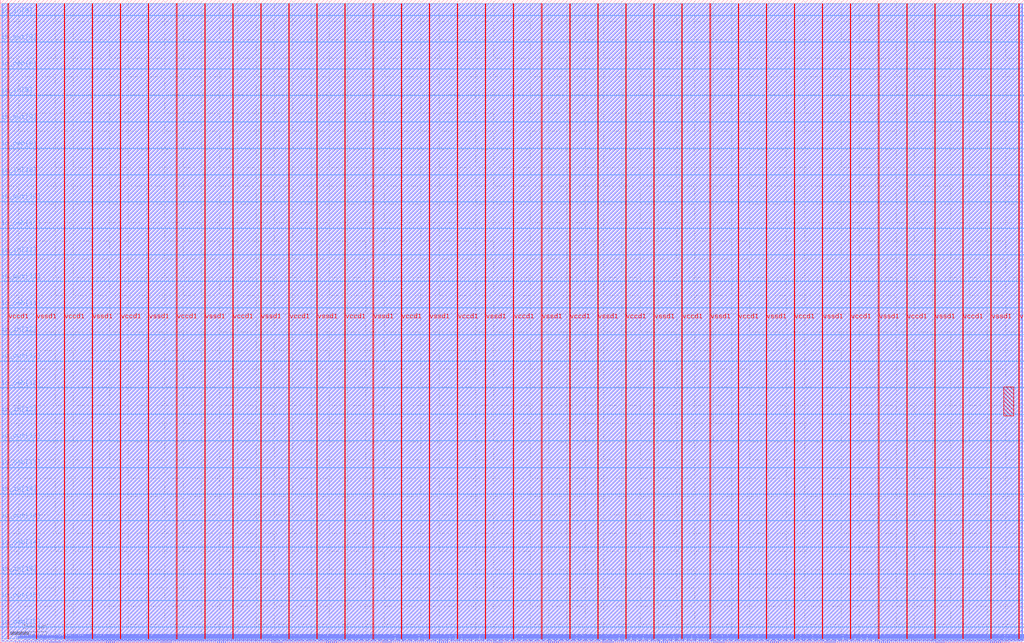
<source format=lef>
VERSION 5.7 ;
  NOWIREEXTENSIONATPIN ON ;
  DIVIDERCHAR "/" ;
  BUSBITCHARS "[]" ;
MACRO user_proj_example
  CLASS BLOCK ;
  FOREIGN user_proj_example ;
  ORIGIN 0.000 0.000 ;
  SIZE 2800.000 BY 1760.000 ;
  PIN io_in[0]
    DIRECTION INPUT ;
    USE SIGNAL ;
    PORT
      LAYER met3 ;
        RECT 2796.000 42.880 2800.000 43.480 ;
    END
  END io_in[0]
  PIN io_in[10]
    DIRECTION INPUT ;
    USE SIGNAL ;
    PORT
      LAYER met3 ;
        RECT 0.000 1279.800 4.000 1280.400 ;
    END
  END io_in[10]
  PIN io_in[11]
    DIRECTION INPUT ;
    USE SIGNAL ;
    PORT
      LAYER met3 ;
        RECT 0.000 1061.520 4.000 1062.120 ;
    END
  END io_in[11]
  PIN io_in[12]
    DIRECTION INPUT ;
    USE SIGNAL ;
    PORT
      LAYER met3 ;
        RECT 0.000 843.240 4.000 843.840 ;
    END
  END io_in[12]
  PIN io_in[13]
    DIRECTION INPUT ;
    USE SIGNAL ;
    PORT
      LAYER met3 ;
        RECT 0.000 624.960 4.000 625.560 ;
    END
  END io_in[13]
  PIN io_in[14]
    DIRECTION INPUT ;
    USE SIGNAL ;
    PORT
      LAYER met3 ;
        RECT 0.000 406.680 4.000 407.280 ;
    END
  END io_in[14]
  PIN io_in[15]
    DIRECTION INPUT ;
    USE SIGNAL ;
    PORT
      LAYER met3 ;
        RECT 0.000 188.400 4.000 189.000 ;
    END
  END io_in[15]
  PIN io_in[1]
    DIRECTION INPUT ;
    USE SIGNAL ;
    PORT
      LAYER met3 ;
        RECT 2796.000 261.160 2800.000 261.760 ;
    END
  END io_in[1]
  PIN io_in[2]
    DIRECTION INPUT ;
    USE SIGNAL ;
    PORT
      LAYER met3 ;
        RECT 2796.000 479.440 2800.000 480.040 ;
    END
  END io_in[2]
  PIN io_in[3]
    DIRECTION INPUT ;
    USE SIGNAL ;
    PORT
      LAYER met3 ;
        RECT 2796.000 697.720 2800.000 698.320 ;
    END
  END io_in[3]
  PIN io_in[4]
    DIRECTION INPUT ;
    USE SIGNAL ;
    PORT
      LAYER met3 ;
        RECT 2796.000 916.000 2800.000 916.600 ;
    END
  END io_in[4]
  PIN io_in[5]
    DIRECTION INPUT ;
    USE SIGNAL ;
    PORT
      LAYER met3 ;
        RECT 2796.000 1134.280 2800.000 1134.880 ;
    END
  END io_in[5]
  PIN io_in[6]
    DIRECTION INPUT ;
    USE SIGNAL ;
    PORT
      LAYER met3 ;
        RECT 2796.000 1352.560 2800.000 1353.160 ;
    END
  END io_in[6]
  PIN io_in[7]
    DIRECTION INPUT ;
    USE SIGNAL ;
    PORT
      LAYER met3 ;
        RECT 2796.000 1570.840 2800.000 1571.440 ;
    END
  END io_in[7]
  PIN io_in[8]
    DIRECTION INPUT ;
    USE SIGNAL ;
    PORT
      LAYER met3 ;
        RECT 0.000 1716.360 4.000 1716.960 ;
    END
  END io_in[8]
  PIN io_in[9]
    DIRECTION INPUT ;
    USE SIGNAL ;
    PORT
      LAYER met3 ;
        RECT 0.000 1498.080 4.000 1498.680 ;
    END
  END io_in[9]
  PIN io_oeb[0]
    DIRECTION OUTPUT TRISTATE ;
    USE SIGNAL ;
    PORT
      LAYER met3 ;
        RECT 2796.000 188.400 2800.000 189.000 ;
    END
  END io_oeb[0]
  PIN io_oeb[10]
    DIRECTION OUTPUT TRISTATE ;
    USE SIGNAL ;
    PORT
      LAYER met3 ;
        RECT 0.000 1134.280 4.000 1134.880 ;
    END
  END io_oeb[10]
  PIN io_oeb[11]
    DIRECTION OUTPUT TRISTATE ;
    USE SIGNAL ;
    PORT
      LAYER met3 ;
        RECT 0.000 916.000 4.000 916.600 ;
    END
  END io_oeb[11]
  PIN io_oeb[12]
    DIRECTION OUTPUT TRISTATE ;
    USE SIGNAL ;
    PORT
      LAYER met3 ;
        RECT 0.000 697.720 4.000 698.320 ;
    END
  END io_oeb[12]
  PIN io_oeb[13]
    DIRECTION OUTPUT TRISTATE ;
    USE SIGNAL ;
    PORT
      LAYER met3 ;
        RECT 0.000 479.440 4.000 480.040 ;
    END
  END io_oeb[13]
  PIN io_oeb[14]
    DIRECTION OUTPUT TRISTATE ;
    USE SIGNAL ;
    PORT
      LAYER met3 ;
        RECT 0.000 261.160 4.000 261.760 ;
    END
  END io_oeb[14]
  PIN io_oeb[15]
    DIRECTION OUTPUT TRISTATE ;
    USE SIGNAL ;
    PORT
      LAYER met3 ;
        RECT 0.000 42.880 4.000 43.480 ;
    END
  END io_oeb[15]
  PIN io_oeb[1]
    DIRECTION OUTPUT TRISTATE ;
    USE SIGNAL ;
    PORT
      LAYER met3 ;
        RECT 2796.000 406.680 2800.000 407.280 ;
    END
  END io_oeb[1]
  PIN io_oeb[2]
    DIRECTION OUTPUT TRISTATE ;
    USE SIGNAL ;
    PORT
      LAYER met3 ;
        RECT 2796.000 624.960 2800.000 625.560 ;
    END
  END io_oeb[2]
  PIN io_oeb[3]
    DIRECTION OUTPUT TRISTATE ;
    USE SIGNAL ;
    PORT
      LAYER met3 ;
        RECT 2796.000 843.240 2800.000 843.840 ;
    END
  END io_oeb[3]
  PIN io_oeb[4]
    DIRECTION OUTPUT TRISTATE ;
    USE SIGNAL ;
    PORT
      LAYER met3 ;
        RECT 2796.000 1061.520 2800.000 1062.120 ;
    END
  END io_oeb[4]
  PIN io_oeb[5]
    DIRECTION OUTPUT TRISTATE ;
    USE SIGNAL ;
    PORT
      LAYER met3 ;
        RECT 2796.000 1279.800 2800.000 1280.400 ;
    END
  END io_oeb[5]
  PIN io_oeb[6]
    DIRECTION OUTPUT TRISTATE ;
    USE SIGNAL ;
    PORT
      LAYER met3 ;
        RECT 2796.000 1498.080 2800.000 1498.680 ;
    END
  END io_oeb[6]
  PIN io_oeb[7]
    DIRECTION OUTPUT TRISTATE ;
    USE SIGNAL ;
    PORT
      LAYER met3 ;
        RECT 2796.000 1716.360 2800.000 1716.960 ;
    END
  END io_oeb[7]
  PIN io_oeb[8]
    DIRECTION OUTPUT TRISTATE ;
    USE SIGNAL ;
    PORT
      LAYER met3 ;
        RECT 0.000 1570.840 4.000 1571.440 ;
    END
  END io_oeb[8]
  PIN io_oeb[9]
    DIRECTION OUTPUT TRISTATE ;
    USE SIGNAL ;
    PORT
      LAYER met3 ;
        RECT 0.000 1352.560 4.000 1353.160 ;
    END
  END io_oeb[9]
  PIN io_out[0]
    DIRECTION OUTPUT TRISTATE ;
    USE SIGNAL ;
    PORT
      LAYER met3 ;
        RECT 2796.000 115.640 2800.000 116.240 ;
    END
  END io_out[0]
  PIN io_out[10]
    DIRECTION OUTPUT TRISTATE ;
    USE SIGNAL ;
    PORT
      LAYER met3 ;
        RECT 0.000 1207.040 4.000 1207.640 ;
    END
  END io_out[10]
  PIN io_out[11]
    DIRECTION OUTPUT TRISTATE ;
    USE SIGNAL ;
    PORT
      LAYER met3 ;
        RECT 0.000 988.760 4.000 989.360 ;
    END
  END io_out[11]
  PIN io_out[12]
    DIRECTION OUTPUT TRISTATE ;
    USE SIGNAL ;
    PORT
      LAYER met3 ;
        RECT 0.000 770.480 4.000 771.080 ;
    END
  END io_out[12]
  PIN io_out[13]
    DIRECTION OUTPUT TRISTATE ;
    USE SIGNAL ;
    PORT
      LAYER met3 ;
        RECT 0.000 552.200 4.000 552.800 ;
    END
  END io_out[13]
  PIN io_out[14]
    DIRECTION OUTPUT TRISTATE ;
    USE SIGNAL ;
    PORT
      LAYER met3 ;
        RECT 0.000 333.920 4.000 334.520 ;
    END
  END io_out[14]
  PIN io_out[15]
    DIRECTION OUTPUT TRISTATE ;
    USE SIGNAL ;
    PORT
      LAYER met3 ;
        RECT 0.000 115.640 4.000 116.240 ;
    END
  END io_out[15]
  PIN io_out[1]
    DIRECTION OUTPUT TRISTATE ;
    USE SIGNAL ;
    PORT
      LAYER met3 ;
        RECT 2796.000 333.920 2800.000 334.520 ;
    END
  END io_out[1]
  PIN io_out[2]
    DIRECTION OUTPUT TRISTATE ;
    USE SIGNAL ;
    PORT
      LAYER met3 ;
        RECT 2796.000 552.200 2800.000 552.800 ;
    END
  END io_out[2]
  PIN io_out[3]
    DIRECTION OUTPUT TRISTATE ;
    USE SIGNAL ;
    PORT
      LAYER met3 ;
        RECT 2796.000 770.480 2800.000 771.080 ;
    END
  END io_out[3]
  PIN io_out[4]
    DIRECTION OUTPUT TRISTATE ;
    USE SIGNAL ;
    PORT
      LAYER met3 ;
        RECT 2796.000 988.760 2800.000 989.360 ;
    END
  END io_out[4]
  PIN io_out[5]
    DIRECTION OUTPUT TRISTATE ;
    USE SIGNAL ;
    PORT
      LAYER met3 ;
        RECT 2796.000 1207.040 2800.000 1207.640 ;
    END
  END io_out[5]
  PIN io_out[6]
    DIRECTION OUTPUT TRISTATE ;
    USE SIGNAL ;
    PORT
      LAYER met3 ;
        RECT 2796.000 1425.320 2800.000 1425.920 ;
    END
  END io_out[6]
  PIN io_out[7]
    DIRECTION OUTPUT TRISTATE ;
    USE SIGNAL ;
    PORT
      LAYER met3 ;
        RECT 2796.000 1643.600 2800.000 1644.200 ;
    END
  END io_out[7]
  PIN io_out[8]
    DIRECTION OUTPUT TRISTATE ;
    USE SIGNAL ;
    PORT
      LAYER met3 ;
        RECT 0.000 1643.600 4.000 1644.200 ;
    END
  END io_out[8]
  PIN io_out[9]
    DIRECTION OUTPUT TRISTATE ;
    USE SIGNAL ;
    PORT
      LAYER met3 ;
        RECT 0.000 1425.320 4.000 1425.920 ;
    END
  END io_out[9]
  PIN irq[0]
    DIRECTION OUTPUT TRISTATE ;
    USE SIGNAL ;
    PORT
      LAYER met2 ;
        RECT 2746.750 0.000 2747.030 4.000 ;
    END
  END irq[0]
  PIN irq[1]
    DIRECTION OUTPUT TRISTATE ;
    USE SIGNAL ;
    PORT
      LAYER met2 ;
        RECT 2752.270 0.000 2752.550 4.000 ;
    END
  END irq[1]
  PIN irq[2]
    DIRECTION OUTPUT TRISTATE ;
    USE SIGNAL ;
    PORT
      LAYER met2 ;
        RECT 2757.790 0.000 2758.070 4.000 ;
    END
  END irq[2]
  PIN la_data_in[0]
    DIRECTION INPUT ;
    USE SIGNAL ;
    PORT
      LAYER met2 ;
        RECT 627.070 0.000 627.350 4.000 ;
    END
  END la_data_in[0]
  PIN la_data_in[100]
    DIRECTION INPUT ;
    USE SIGNAL ;
    PORT
      LAYER met2 ;
        RECT 2283.070 0.000 2283.350 4.000 ;
    END
  END la_data_in[100]
  PIN la_data_in[101]
    DIRECTION INPUT ;
    USE SIGNAL ;
    PORT
      LAYER met2 ;
        RECT 2299.630 0.000 2299.910 4.000 ;
    END
  END la_data_in[101]
  PIN la_data_in[102]
    DIRECTION INPUT ;
    USE SIGNAL ;
    PORT
      LAYER met2 ;
        RECT 2316.190 0.000 2316.470 4.000 ;
    END
  END la_data_in[102]
  PIN la_data_in[103]
    DIRECTION INPUT ;
    USE SIGNAL ;
    PORT
      LAYER met2 ;
        RECT 2332.750 0.000 2333.030 4.000 ;
    END
  END la_data_in[103]
  PIN la_data_in[104]
    DIRECTION INPUT ;
    USE SIGNAL ;
    PORT
      LAYER met2 ;
        RECT 2349.310 0.000 2349.590 4.000 ;
    END
  END la_data_in[104]
  PIN la_data_in[105]
    DIRECTION INPUT ;
    USE SIGNAL ;
    PORT
      LAYER met2 ;
        RECT 2365.870 0.000 2366.150 4.000 ;
    END
  END la_data_in[105]
  PIN la_data_in[106]
    DIRECTION INPUT ;
    USE SIGNAL ;
    PORT
      LAYER met2 ;
        RECT 2382.430 0.000 2382.710 4.000 ;
    END
  END la_data_in[106]
  PIN la_data_in[107]
    DIRECTION INPUT ;
    USE SIGNAL ;
    PORT
      LAYER met2 ;
        RECT 2398.990 0.000 2399.270 4.000 ;
    END
  END la_data_in[107]
  PIN la_data_in[108]
    DIRECTION INPUT ;
    USE SIGNAL ;
    PORT
      LAYER met2 ;
        RECT 2415.550 0.000 2415.830 4.000 ;
    END
  END la_data_in[108]
  PIN la_data_in[109]
    DIRECTION INPUT ;
    USE SIGNAL ;
    PORT
      LAYER met2 ;
        RECT 2432.110 0.000 2432.390 4.000 ;
    END
  END la_data_in[109]
  PIN la_data_in[10]
    DIRECTION INPUT ;
    USE SIGNAL ;
    PORT
      LAYER met2 ;
        RECT 792.670 0.000 792.950 4.000 ;
    END
  END la_data_in[10]
  PIN la_data_in[110]
    DIRECTION INPUT ;
    USE SIGNAL ;
    PORT
      LAYER met2 ;
        RECT 2448.670 0.000 2448.950 4.000 ;
    END
  END la_data_in[110]
  PIN la_data_in[111]
    DIRECTION INPUT ;
    USE SIGNAL ;
    PORT
      LAYER met2 ;
        RECT 2465.230 0.000 2465.510 4.000 ;
    END
  END la_data_in[111]
  PIN la_data_in[112]
    DIRECTION INPUT ;
    USE SIGNAL ;
    PORT
      LAYER met2 ;
        RECT 2481.790 0.000 2482.070 4.000 ;
    END
  END la_data_in[112]
  PIN la_data_in[113]
    DIRECTION INPUT ;
    USE SIGNAL ;
    PORT
      LAYER met2 ;
        RECT 2498.350 0.000 2498.630 4.000 ;
    END
  END la_data_in[113]
  PIN la_data_in[114]
    DIRECTION INPUT ;
    USE SIGNAL ;
    PORT
      LAYER met2 ;
        RECT 2514.910 0.000 2515.190 4.000 ;
    END
  END la_data_in[114]
  PIN la_data_in[115]
    DIRECTION INPUT ;
    USE SIGNAL ;
    PORT
      LAYER met2 ;
        RECT 2531.470 0.000 2531.750 4.000 ;
    END
  END la_data_in[115]
  PIN la_data_in[116]
    DIRECTION INPUT ;
    USE SIGNAL ;
    PORT
      LAYER met2 ;
        RECT 2548.030 0.000 2548.310 4.000 ;
    END
  END la_data_in[116]
  PIN la_data_in[117]
    DIRECTION INPUT ;
    USE SIGNAL ;
    PORT
      LAYER met2 ;
        RECT 2564.590 0.000 2564.870 4.000 ;
    END
  END la_data_in[117]
  PIN la_data_in[118]
    DIRECTION INPUT ;
    USE SIGNAL ;
    PORT
      LAYER met2 ;
        RECT 2581.150 0.000 2581.430 4.000 ;
    END
  END la_data_in[118]
  PIN la_data_in[119]
    DIRECTION INPUT ;
    USE SIGNAL ;
    PORT
      LAYER met2 ;
        RECT 2597.710 0.000 2597.990 4.000 ;
    END
  END la_data_in[119]
  PIN la_data_in[11]
    DIRECTION INPUT ;
    USE SIGNAL ;
    PORT
      LAYER met2 ;
        RECT 809.230 0.000 809.510 4.000 ;
    END
  END la_data_in[11]
  PIN la_data_in[120]
    DIRECTION INPUT ;
    USE SIGNAL ;
    PORT
      LAYER met2 ;
        RECT 2614.270 0.000 2614.550 4.000 ;
    END
  END la_data_in[120]
  PIN la_data_in[121]
    DIRECTION INPUT ;
    USE SIGNAL ;
    PORT
      LAYER met2 ;
        RECT 2630.830 0.000 2631.110 4.000 ;
    END
  END la_data_in[121]
  PIN la_data_in[122]
    DIRECTION INPUT ;
    USE SIGNAL ;
    PORT
      LAYER met2 ;
        RECT 2647.390 0.000 2647.670 4.000 ;
    END
  END la_data_in[122]
  PIN la_data_in[123]
    DIRECTION INPUT ;
    USE SIGNAL ;
    PORT
      LAYER met2 ;
        RECT 2663.950 0.000 2664.230 4.000 ;
    END
  END la_data_in[123]
  PIN la_data_in[124]
    DIRECTION INPUT ;
    USE SIGNAL ;
    PORT
      LAYER met2 ;
        RECT 2680.510 0.000 2680.790 4.000 ;
    END
  END la_data_in[124]
  PIN la_data_in[125]
    DIRECTION INPUT ;
    USE SIGNAL ;
    PORT
      LAYER met2 ;
        RECT 2697.070 0.000 2697.350 4.000 ;
    END
  END la_data_in[125]
  PIN la_data_in[126]
    DIRECTION INPUT ;
    USE SIGNAL ;
    PORT
      LAYER met2 ;
        RECT 2713.630 0.000 2713.910 4.000 ;
    END
  END la_data_in[126]
  PIN la_data_in[127]
    DIRECTION INPUT ;
    USE SIGNAL ;
    PORT
      LAYER met2 ;
        RECT 2730.190 0.000 2730.470 4.000 ;
    END
  END la_data_in[127]
  PIN la_data_in[12]
    DIRECTION INPUT ;
    USE SIGNAL ;
    PORT
      LAYER met2 ;
        RECT 825.790 0.000 826.070 4.000 ;
    END
  END la_data_in[12]
  PIN la_data_in[13]
    DIRECTION INPUT ;
    USE SIGNAL ;
    PORT
      LAYER met2 ;
        RECT 842.350 0.000 842.630 4.000 ;
    END
  END la_data_in[13]
  PIN la_data_in[14]
    DIRECTION INPUT ;
    USE SIGNAL ;
    PORT
      LAYER met2 ;
        RECT 858.910 0.000 859.190 4.000 ;
    END
  END la_data_in[14]
  PIN la_data_in[15]
    DIRECTION INPUT ;
    USE SIGNAL ;
    PORT
      LAYER met2 ;
        RECT 875.470 0.000 875.750 4.000 ;
    END
  END la_data_in[15]
  PIN la_data_in[16]
    DIRECTION INPUT ;
    USE SIGNAL ;
    PORT
      LAYER met2 ;
        RECT 892.030 0.000 892.310 4.000 ;
    END
  END la_data_in[16]
  PIN la_data_in[17]
    DIRECTION INPUT ;
    USE SIGNAL ;
    PORT
      LAYER met2 ;
        RECT 908.590 0.000 908.870 4.000 ;
    END
  END la_data_in[17]
  PIN la_data_in[18]
    DIRECTION INPUT ;
    USE SIGNAL ;
    PORT
      LAYER met2 ;
        RECT 925.150 0.000 925.430 4.000 ;
    END
  END la_data_in[18]
  PIN la_data_in[19]
    DIRECTION INPUT ;
    USE SIGNAL ;
    PORT
      LAYER met2 ;
        RECT 941.710 0.000 941.990 4.000 ;
    END
  END la_data_in[19]
  PIN la_data_in[1]
    DIRECTION INPUT ;
    USE SIGNAL ;
    PORT
      LAYER met2 ;
        RECT 643.630 0.000 643.910 4.000 ;
    END
  END la_data_in[1]
  PIN la_data_in[20]
    DIRECTION INPUT ;
    USE SIGNAL ;
    PORT
      LAYER met2 ;
        RECT 958.270 0.000 958.550 4.000 ;
    END
  END la_data_in[20]
  PIN la_data_in[21]
    DIRECTION INPUT ;
    USE SIGNAL ;
    PORT
      LAYER met2 ;
        RECT 974.830 0.000 975.110 4.000 ;
    END
  END la_data_in[21]
  PIN la_data_in[22]
    DIRECTION INPUT ;
    USE SIGNAL ;
    PORT
      LAYER met2 ;
        RECT 991.390 0.000 991.670 4.000 ;
    END
  END la_data_in[22]
  PIN la_data_in[23]
    DIRECTION INPUT ;
    USE SIGNAL ;
    PORT
      LAYER met2 ;
        RECT 1007.950 0.000 1008.230 4.000 ;
    END
  END la_data_in[23]
  PIN la_data_in[24]
    DIRECTION INPUT ;
    USE SIGNAL ;
    PORT
      LAYER met2 ;
        RECT 1024.510 0.000 1024.790 4.000 ;
    END
  END la_data_in[24]
  PIN la_data_in[25]
    DIRECTION INPUT ;
    USE SIGNAL ;
    PORT
      LAYER met2 ;
        RECT 1041.070 0.000 1041.350 4.000 ;
    END
  END la_data_in[25]
  PIN la_data_in[26]
    DIRECTION INPUT ;
    USE SIGNAL ;
    PORT
      LAYER met2 ;
        RECT 1057.630 0.000 1057.910 4.000 ;
    END
  END la_data_in[26]
  PIN la_data_in[27]
    DIRECTION INPUT ;
    USE SIGNAL ;
    PORT
      LAYER met2 ;
        RECT 1074.190 0.000 1074.470 4.000 ;
    END
  END la_data_in[27]
  PIN la_data_in[28]
    DIRECTION INPUT ;
    USE SIGNAL ;
    PORT
      LAYER met2 ;
        RECT 1090.750 0.000 1091.030 4.000 ;
    END
  END la_data_in[28]
  PIN la_data_in[29]
    DIRECTION INPUT ;
    USE SIGNAL ;
    PORT
      LAYER met2 ;
        RECT 1107.310 0.000 1107.590 4.000 ;
    END
  END la_data_in[29]
  PIN la_data_in[2]
    DIRECTION INPUT ;
    USE SIGNAL ;
    PORT
      LAYER met2 ;
        RECT 660.190 0.000 660.470 4.000 ;
    END
  END la_data_in[2]
  PIN la_data_in[30]
    DIRECTION INPUT ;
    USE SIGNAL ;
    PORT
      LAYER met2 ;
        RECT 1123.870 0.000 1124.150 4.000 ;
    END
  END la_data_in[30]
  PIN la_data_in[31]
    DIRECTION INPUT ;
    USE SIGNAL ;
    PORT
      LAYER met2 ;
        RECT 1140.430 0.000 1140.710 4.000 ;
    END
  END la_data_in[31]
  PIN la_data_in[32]
    DIRECTION INPUT ;
    USE SIGNAL ;
    PORT
      LAYER met2 ;
        RECT 1156.990 0.000 1157.270 4.000 ;
    END
  END la_data_in[32]
  PIN la_data_in[33]
    DIRECTION INPUT ;
    USE SIGNAL ;
    PORT
      LAYER met2 ;
        RECT 1173.550 0.000 1173.830 4.000 ;
    END
  END la_data_in[33]
  PIN la_data_in[34]
    DIRECTION INPUT ;
    USE SIGNAL ;
    PORT
      LAYER met2 ;
        RECT 1190.110 0.000 1190.390 4.000 ;
    END
  END la_data_in[34]
  PIN la_data_in[35]
    DIRECTION INPUT ;
    USE SIGNAL ;
    PORT
      LAYER met2 ;
        RECT 1206.670 0.000 1206.950 4.000 ;
    END
  END la_data_in[35]
  PIN la_data_in[36]
    DIRECTION INPUT ;
    USE SIGNAL ;
    PORT
      LAYER met2 ;
        RECT 1223.230 0.000 1223.510 4.000 ;
    END
  END la_data_in[36]
  PIN la_data_in[37]
    DIRECTION INPUT ;
    USE SIGNAL ;
    PORT
      LAYER met2 ;
        RECT 1239.790 0.000 1240.070 4.000 ;
    END
  END la_data_in[37]
  PIN la_data_in[38]
    DIRECTION INPUT ;
    USE SIGNAL ;
    PORT
      LAYER met2 ;
        RECT 1256.350 0.000 1256.630 4.000 ;
    END
  END la_data_in[38]
  PIN la_data_in[39]
    DIRECTION INPUT ;
    USE SIGNAL ;
    PORT
      LAYER met2 ;
        RECT 1272.910 0.000 1273.190 4.000 ;
    END
  END la_data_in[39]
  PIN la_data_in[3]
    DIRECTION INPUT ;
    USE SIGNAL ;
    PORT
      LAYER met2 ;
        RECT 676.750 0.000 677.030 4.000 ;
    END
  END la_data_in[3]
  PIN la_data_in[40]
    DIRECTION INPUT ;
    USE SIGNAL ;
    PORT
      LAYER met2 ;
        RECT 1289.470 0.000 1289.750 4.000 ;
    END
  END la_data_in[40]
  PIN la_data_in[41]
    DIRECTION INPUT ;
    USE SIGNAL ;
    PORT
      LAYER met2 ;
        RECT 1306.030 0.000 1306.310 4.000 ;
    END
  END la_data_in[41]
  PIN la_data_in[42]
    DIRECTION INPUT ;
    USE SIGNAL ;
    PORT
      LAYER met2 ;
        RECT 1322.590 0.000 1322.870 4.000 ;
    END
  END la_data_in[42]
  PIN la_data_in[43]
    DIRECTION INPUT ;
    USE SIGNAL ;
    PORT
      LAYER met2 ;
        RECT 1339.150 0.000 1339.430 4.000 ;
    END
  END la_data_in[43]
  PIN la_data_in[44]
    DIRECTION INPUT ;
    USE SIGNAL ;
    PORT
      LAYER met2 ;
        RECT 1355.710 0.000 1355.990 4.000 ;
    END
  END la_data_in[44]
  PIN la_data_in[45]
    DIRECTION INPUT ;
    USE SIGNAL ;
    PORT
      LAYER met2 ;
        RECT 1372.270 0.000 1372.550 4.000 ;
    END
  END la_data_in[45]
  PIN la_data_in[46]
    DIRECTION INPUT ;
    USE SIGNAL ;
    PORT
      LAYER met2 ;
        RECT 1388.830 0.000 1389.110 4.000 ;
    END
  END la_data_in[46]
  PIN la_data_in[47]
    DIRECTION INPUT ;
    USE SIGNAL ;
    PORT
      LAYER met2 ;
        RECT 1405.390 0.000 1405.670 4.000 ;
    END
  END la_data_in[47]
  PIN la_data_in[48]
    DIRECTION INPUT ;
    USE SIGNAL ;
    PORT
      LAYER met2 ;
        RECT 1421.950 0.000 1422.230 4.000 ;
    END
  END la_data_in[48]
  PIN la_data_in[49]
    DIRECTION INPUT ;
    USE SIGNAL ;
    PORT
      LAYER met2 ;
        RECT 1438.510 0.000 1438.790 4.000 ;
    END
  END la_data_in[49]
  PIN la_data_in[4]
    DIRECTION INPUT ;
    USE SIGNAL ;
    PORT
      LAYER met2 ;
        RECT 693.310 0.000 693.590 4.000 ;
    END
  END la_data_in[4]
  PIN la_data_in[50]
    DIRECTION INPUT ;
    USE SIGNAL ;
    PORT
      LAYER met2 ;
        RECT 1455.070 0.000 1455.350 4.000 ;
    END
  END la_data_in[50]
  PIN la_data_in[51]
    DIRECTION INPUT ;
    USE SIGNAL ;
    PORT
      LAYER met2 ;
        RECT 1471.630 0.000 1471.910 4.000 ;
    END
  END la_data_in[51]
  PIN la_data_in[52]
    DIRECTION INPUT ;
    USE SIGNAL ;
    PORT
      LAYER met2 ;
        RECT 1488.190 0.000 1488.470 4.000 ;
    END
  END la_data_in[52]
  PIN la_data_in[53]
    DIRECTION INPUT ;
    USE SIGNAL ;
    PORT
      LAYER met2 ;
        RECT 1504.750 0.000 1505.030 4.000 ;
    END
  END la_data_in[53]
  PIN la_data_in[54]
    DIRECTION INPUT ;
    USE SIGNAL ;
    PORT
      LAYER met2 ;
        RECT 1521.310 0.000 1521.590 4.000 ;
    END
  END la_data_in[54]
  PIN la_data_in[55]
    DIRECTION INPUT ;
    USE SIGNAL ;
    PORT
      LAYER met2 ;
        RECT 1537.870 0.000 1538.150 4.000 ;
    END
  END la_data_in[55]
  PIN la_data_in[56]
    DIRECTION INPUT ;
    USE SIGNAL ;
    PORT
      LAYER met2 ;
        RECT 1554.430 0.000 1554.710 4.000 ;
    END
  END la_data_in[56]
  PIN la_data_in[57]
    DIRECTION INPUT ;
    USE SIGNAL ;
    PORT
      LAYER met2 ;
        RECT 1570.990 0.000 1571.270 4.000 ;
    END
  END la_data_in[57]
  PIN la_data_in[58]
    DIRECTION INPUT ;
    USE SIGNAL ;
    PORT
      LAYER met2 ;
        RECT 1587.550 0.000 1587.830 4.000 ;
    END
  END la_data_in[58]
  PIN la_data_in[59]
    DIRECTION INPUT ;
    USE SIGNAL ;
    PORT
      LAYER met2 ;
        RECT 1604.110 0.000 1604.390 4.000 ;
    END
  END la_data_in[59]
  PIN la_data_in[5]
    DIRECTION INPUT ;
    USE SIGNAL ;
    PORT
      LAYER met2 ;
        RECT 709.870 0.000 710.150 4.000 ;
    END
  END la_data_in[5]
  PIN la_data_in[60]
    DIRECTION INPUT ;
    USE SIGNAL ;
    PORT
      LAYER met2 ;
        RECT 1620.670 0.000 1620.950 4.000 ;
    END
  END la_data_in[60]
  PIN la_data_in[61]
    DIRECTION INPUT ;
    USE SIGNAL ;
    PORT
      LAYER met2 ;
        RECT 1637.230 0.000 1637.510 4.000 ;
    END
  END la_data_in[61]
  PIN la_data_in[62]
    DIRECTION INPUT ;
    USE SIGNAL ;
    PORT
      LAYER met2 ;
        RECT 1653.790 0.000 1654.070 4.000 ;
    END
  END la_data_in[62]
  PIN la_data_in[63]
    DIRECTION INPUT ;
    USE SIGNAL ;
    PORT
      LAYER met2 ;
        RECT 1670.350 0.000 1670.630 4.000 ;
    END
  END la_data_in[63]
  PIN la_data_in[64]
    DIRECTION INPUT ;
    USE SIGNAL ;
    PORT
      LAYER met2 ;
        RECT 1686.910 0.000 1687.190 4.000 ;
    END
  END la_data_in[64]
  PIN la_data_in[65]
    DIRECTION INPUT ;
    USE SIGNAL ;
    PORT
      LAYER met2 ;
        RECT 1703.470 0.000 1703.750 4.000 ;
    END
  END la_data_in[65]
  PIN la_data_in[66]
    DIRECTION INPUT ;
    USE SIGNAL ;
    PORT
      LAYER met2 ;
        RECT 1720.030 0.000 1720.310 4.000 ;
    END
  END la_data_in[66]
  PIN la_data_in[67]
    DIRECTION INPUT ;
    USE SIGNAL ;
    PORT
      LAYER met2 ;
        RECT 1736.590 0.000 1736.870 4.000 ;
    END
  END la_data_in[67]
  PIN la_data_in[68]
    DIRECTION INPUT ;
    USE SIGNAL ;
    PORT
      LAYER met2 ;
        RECT 1753.150 0.000 1753.430 4.000 ;
    END
  END la_data_in[68]
  PIN la_data_in[69]
    DIRECTION INPUT ;
    USE SIGNAL ;
    PORT
      LAYER met2 ;
        RECT 1769.710 0.000 1769.990 4.000 ;
    END
  END la_data_in[69]
  PIN la_data_in[6]
    DIRECTION INPUT ;
    USE SIGNAL ;
    PORT
      LAYER met2 ;
        RECT 726.430 0.000 726.710 4.000 ;
    END
  END la_data_in[6]
  PIN la_data_in[70]
    DIRECTION INPUT ;
    USE SIGNAL ;
    PORT
      LAYER met2 ;
        RECT 1786.270 0.000 1786.550 4.000 ;
    END
  END la_data_in[70]
  PIN la_data_in[71]
    DIRECTION INPUT ;
    USE SIGNAL ;
    PORT
      LAYER met2 ;
        RECT 1802.830 0.000 1803.110 4.000 ;
    END
  END la_data_in[71]
  PIN la_data_in[72]
    DIRECTION INPUT ;
    USE SIGNAL ;
    PORT
      LAYER met2 ;
        RECT 1819.390 0.000 1819.670 4.000 ;
    END
  END la_data_in[72]
  PIN la_data_in[73]
    DIRECTION INPUT ;
    USE SIGNAL ;
    PORT
      LAYER met2 ;
        RECT 1835.950 0.000 1836.230 4.000 ;
    END
  END la_data_in[73]
  PIN la_data_in[74]
    DIRECTION INPUT ;
    USE SIGNAL ;
    PORT
      LAYER met2 ;
        RECT 1852.510 0.000 1852.790 4.000 ;
    END
  END la_data_in[74]
  PIN la_data_in[75]
    DIRECTION INPUT ;
    USE SIGNAL ;
    PORT
      LAYER met2 ;
        RECT 1869.070 0.000 1869.350 4.000 ;
    END
  END la_data_in[75]
  PIN la_data_in[76]
    DIRECTION INPUT ;
    USE SIGNAL ;
    PORT
      LAYER met2 ;
        RECT 1885.630 0.000 1885.910 4.000 ;
    END
  END la_data_in[76]
  PIN la_data_in[77]
    DIRECTION INPUT ;
    USE SIGNAL ;
    PORT
      LAYER met2 ;
        RECT 1902.190 0.000 1902.470 4.000 ;
    END
  END la_data_in[77]
  PIN la_data_in[78]
    DIRECTION INPUT ;
    USE SIGNAL ;
    PORT
      LAYER met2 ;
        RECT 1918.750 0.000 1919.030 4.000 ;
    END
  END la_data_in[78]
  PIN la_data_in[79]
    DIRECTION INPUT ;
    USE SIGNAL ;
    PORT
      LAYER met2 ;
        RECT 1935.310 0.000 1935.590 4.000 ;
    END
  END la_data_in[79]
  PIN la_data_in[7]
    DIRECTION INPUT ;
    USE SIGNAL ;
    PORT
      LAYER met2 ;
        RECT 742.990 0.000 743.270 4.000 ;
    END
  END la_data_in[7]
  PIN la_data_in[80]
    DIRECTION INPUT ;
    USE SIGNAL ;
    PORT
      LAYER met2 ;
        RECT 1951.870 0.000 1952.150 4.000 ;
    END
  END la_data_in[80]
  PIN la_data_in[81]
    DIRECTION INPUT ;
    USE SIGNAL ;
    PORT
      LAYER met2 ;
        RECT 1968.430 0.000 1968.710 4.000 ;
    END
  END la_data_in[81]
  PIN la_data_in[82]
    DIRECTION INPUT ;
    USE SIGNAL ;
    PORT
      LAYER met2 ;
        RECT 1984.990 0.000 1985.270 4.000 ;
    END
  END la_data_in[82]
  PIN la_data_in[83]
    DIRECTION INPUT ;
    USE SIGNAL ;
    PORT
      LAYER met2 ;
        RECT 2001.550 0.000 2001.830 4.000 ;
    END
  END la_data_in[83]
  PIN la_data_in[84]
    DIRECTION INPUT ;
    USE SIGNAL ;
    PORT
      LAYER met2 ;
        RECT 2018.110 0.000 2018.390 4.000 ;
    END
  END la_data_in[84]
  PIN la_data_in[85]
    DIRECTION INPUT ;
    USE SIGNAL ;
    PORT
      LAYER met2 ;
        RECT 2034.670 0.000 2034.950 4.000 ;
    END
  END la_data_in[85]
  PIN la_data_in[86]
    DIRECTION INPUT ;
    USE SIGNAL ;
    PORT
      LAYER met2 ;
        RECT 2051.230 0.000 2051.510 4.000 ;
    END
  END la_data_in[86]
  PIN la_data_in[87]
    DIRECTION INPUT ;
    USE SIGNAL ;
    PORT
      LAYER met2 ;
        RECT 2067.790 0.000 2068.070 4.000 ;
    END
  END la_data_in[87]
  PIN la_data_in[88]
    DIRECTION INPUT ;
    USE SIGNAL ;
    PORT
      LAYER met2 ;
        RECT 2084.350 0.000 2084.630 4.000 ;
    END
  END la_data_in[88]
  PIN la_data_in[89]
    DIRECTION INPUT ;
    USE SIGNAL ;
    PORT
      LAYER met2 ;
        RECT 2100.910 0.000 2101.190 4.000 ;
    END
  END la_data_in[89]
  PIN la_data_in[8]
    DIRECTION INPUT ;
    USE SIGNAL ;
    PORT
      LAYER met2 ;
        RECT 759.550 0.000 759.830 4.000 ;
    END
  END la_data_in[8]
  PIN la_data_in[90]
    DIRECTION INPUT ;
    USE SIGNAL ;
    PORT
      LAYER met2 ;
        RECT 2117.470 0.000 2117.750 4.000 ;
    END
  END la_data_in[90]
  PIN la_data_in[91]
    DIRECTION INPUT ;
    USE SIGNAL ;
    PORT
      LAYER met2 ;
        RECT 2134.030 0.000 2134.310 4.000 ;
    END
  END la_data_in[91]
  PIN la_data_in[92]
    DIRECTION INPUT ;
    USE SIGNAL ;
    PORT
      LAYER met2 ;
        RECT 2150.590 0.000 2150.870 4.000 ;
    END
  END la_data_in[92]
  PIN la_data_in[93]
    DIRECTION INPUT ;
    USE SIGNAL ;
    PORT
      LAYER met2 ;
        RECT 2167.150 0.000 2167.430 4.000 ;
    END
  END la_data_in[93]
  PIN la_data_in[94]
    DIRECTION INPUT ;
    USE SIGNAL ;
    PORT
      LAYER met2 ;
        RECT 2183.710 0.000 2183.990 4.000 ;
    END
  END la_data_in[94]
  PIN la_data_in[95]
    DIRECTION INPUT ;
    USE SIGNAL ;
    PORT
      LAYER met2 ;
        RECT 2200.270 0.000 2200.550 4.000 ;
    END
  END la_data_in[95]
  PIN la_data_in[96]
    DIRECTION INPUT ;
    USE SIGNAL ;
    PORT
      LAYER met2 ;
        RECT 2216.830 0.000 2217.110 4.000 ;
    END
  END la_data_in[96]
  PIN la_data_in[97]
    DIRECTION INPUT ;
    USE SIGNAL ;
    PORT
      LAYER met2 ;
        RECT 2233.390 0.000 2233.670 4.000 ;
    END
  END la_data_in[97]
  PIN la_data_in[98]
    DIRECTION INPUT ;
    USE SIGNAL ;
    PORT
      LAYER met2 ;
        RECT 2249.950 0.000 2250.230 4.000 ;
    END
  END la_data_in[98]
  PIN la_data_in[99]
    DIRECTION INPUT ;
    USE SIGNAL ;
    PORT
      LAYER met2 ;
        RECT 2266.510 0.000 2266.790 4.000 ;
    END
  END la_data_in[99]
  PIN la_data_in[9]
    DIRECTION INPUT ;
    USE SIGNAL ;
    PORT
      LAYER met2 ;
        RECT 776.110 0.000 776.390 4.000 ;
    END
  END la_data_in[9]
  PIN la_data_out[0]
    DIRECTION OUTPUT TRISTATE ;
    USE SIGNAL ;
    PORT
      LAYER met2 ;
        RECT 632.590 0.000 632.870 4.000 ;
    END
  END la_data_out[0]
  PIN la_data_out[100]
    DIRECTION OUTPUT TRISTATE ;
    USE SIGNAL ;
    PORT
      LAYER met2 ;
        RECT 2288.590 0.000 2288.870 4.000 ;
    END
  END la_data_out[100]
  PIN la_data_out[101]
    DIRECTION OUTPUT TRISTATE ;
    USE SIGNAL ;
    PORT
      LAYER met2 ;
        RECT 2305.150 0.000 2305.430 4.000 ;
    END
  END la_data_out[101]
  PIN la_data_out[102]
    DIRECTION OUTPUT TRISTATE ;
    USE SIGNAL ;
    PORT
      LAYER met2 ;
        RECT 2321.710 0.000 2321.990 4.000 ;
    END
  END la_data_out[102]
  PIN la_data_out[103]
    DIRECTION OUTPUT TRISTATE ;
    USE SIGNAL ;
    PORT
      LAYER met2 ;
        RECT 2338.270 0.000 2338.550 4.000 ;
    END
  END la_data_out[103]
  PIN la_data_out[104]
    DIRECTION OUTPUT TRISTATE ;
    USE SIGNAL ;
    PORT
      LAYER met2 ;
        RECT 2354.830 0.000 2355.110 4.000 ;
    END
  END la_data_out[104]
  PIN la_data_out[105]
    DIRECTION OUTPUT TRISTATE ;
    USE SIGNAL ;
    PORT
      LAYER met2 ;
        RECT 2371.390 0.000 2371.670 4.000 ;
    END
  END la_data_out[105]
  PIN la_data_out[106]
    DIRECTION OUTPUT TRISTATE ;
    USE SIGNAL ;
    PORT
      LAYER met2 ;
        RECT 2387.950 0.000 2388.230 4.000 ;
    END
  END la_data_out[106]
  PIN la_data_out[107]
    DIRECTION OUTPUT TRISTATE ;
    USE SIGNAL ;
    PORT
      LAYER met2 ;
        RECT 2404.510 0.000 2404.790 4.000 ;
    END
  END la_data_out[107]
  PIN la_data_out[108]
    DIRECTION OUTPUT TRISTATE ;
    USE SIGNAL ;
    PORT
      LAYER met2 ;
        RECT 2421.070 0.000 2421.350 4.000 ;
    END
  END la_data_out[108]
  PIN la_data_out[109]
    DIRECTION OUTPUT TRISTATE ;
    USE SIGNAL ;
    PORT
      LAYER met2 ;
        RECT 2437.630 0.000 2437.910 4.000 ;
    END
  END la_data_out[109]
  PIN la_data_out[10]
    DIRECTION OUTPUT TRISTATE ;
    USE SIGNAL ;
    PORT
      LAYER met2 ;
        RECT 798.190 0.000 798.470 4.000 ;
    END
  END la_data_out[10]
  PIN la_data_out[110]
    DIRECTION OUTPUT TRISTATE ;
    USE SIGNAL ;
    PORT
      LAYER met2 ;
        RECT 2454.190 0.000 2454.470 4.000 ;
    END
  END la_data_out[110]
  PIN la_data_out[111]
    DIRECTION OUTPUT TRISTATE ;
    USE SIGNAL ;
    PORT
      LAYER met2 ;
        RECT 2470.750 0.000 2471.030 4.000 ;
    END
  END la_data_out[111]
  PIN la_data_out[112]
    DIRECTION OUTPUT TRISTATE ;
    USE SIGNAL ;
    PORT
      LAYER met2 ;
        RECT 2487.310 0.000 2487.590 4.000 ;
    END
  END la_data_out[112]
  PIN la_data_out[113]
    DIRECTION OUTPUT TRISTATE ;
    USE SIGNAL ;
    PORT
      LAYER met2 ;
        RECT 2503.870 0.000 2504.150 4.000 ;
    END
  END la_data_out[113]
  PIN la_data_out[114]
    DIRECTION OUTPUT TRISTATE ;
    USE SIGNAL ;
    PORT
      LAYER met2 ;
        RECT 2520.430 0.000 2520.710 4.000 ;
    END
  END la_data_out[114]
  PIN la_data_out[115]
    DIRECTION OUTPUT TRISTATE ;
    USE SIGNAL ;
    PORT
      LAYER met2 ;
        RECT 2536.990 0.000 2537.270 4.000 ;
    END
  END la_data_out[115]
  PIN la_data_out[116]
    DIRECTION OUTPUT TRISTATE ;
    USE SIGNAL ;
    PORT
      LAYER met2 ;
        RECT 2553.550 0.000 2553.830 4.000 ;
    END
  END la_data_out[116]
  PIN la_data_out[117]
    DIRECTION OUTPUT TRISTATE ;
    USE SIGNAL ;
    PORT
      LAYER met2 ;
        RECT 2570.110 0.000 2570.390 4.000 ;
    END
  END la_data_out[117]
  PIN la_data_out[118]
    DIRECTION OUTPUT TRISTATE ;
    USE SIGNAL ;
    PORT
      LAYER met2 ;
        RECT 2586.670 0.000 2586.950 4.000 ;
    END
  END la_data_out[118]
  PIN la_data_out[119]
    DIRECTION OUTPUT TRISTATE ;
    USE SIGNAL ;
    PORT
      LAYER met2 ;
        RECT 2603.230 0.000 2603.510 4.000 ;
    END
  END la_data_out[119]
  PIN la_data_out[11]
    DIRECTION OUTPUT TRISTATE ;
    USE SIGNAL ;
    PORT
      LAYER met2 ;
        RECT 814.750 0.000 815.030 4.000 ;
    END
  END la_data_out[11]
  PIN la_data_out[120]
    DIRECTION OUTPUT TRISTATE ;
    USE SIGNAL ;
    PORT
      LAYER met2 ;
        RECT 2619.790 0.000 2620.070 4.000 ;
    END
  END la_data_out[120]
  PIN la_data_out[121]
    DIRECTION OUTPUT TRISTATE ;
    USE SIGNAL ;
    PORT
      LAYER met2 ;
        RECT 2636.350 0.000 2636.630 4.000 ;
    END
  END la_data_out[121]
  PIN la_data_out[122]
    DIRECTION OUTPUT TRISTATE ;
    USE SIGNAL ;
    PORT
      LAYER met2 ;
        RECT 2652.910 0.000 2653.190 4.000 ;
    END
  END la_data_out[122]
  PIN la_data_out[123]
    DIRECTION OUTPUT TRISTATE ;
    USE SIGNAL ;
    PORT
      LAYER met2 ;
        RECT 2669.470 0.000 2669.750 4.000 ;
    END
  END la_data_out[123]
  PIN la_data_out[124]
    DIRECTION OUTPUT TRISTATE ;
    USE SIGNAL ;
    PORT
      LAYER met2 ;
        RECT 2686.030 0.000 2686.310 4.000 ;
    END
  END la_data_out[124]
  PIN la_data_out[125]
    DIRECTION OUTPUT TRISTATE ;
    USE SIGNAL ;
    PORT
      LAYER met2 ;
        RECT 2702.590 0.000 2702.870 4.000 ;
    END
  END la_data_out[125]
  PIN la_data_out[126]
    DIRECTION OUTPUT TRISTATE ;
    USE SIGNAL ;
    PORT
      LAYER met2 ;
        RECT 2719.150 0.000 2719.430 4.000 ;
    END
  END la_data_out[126]
  PIN la_data_out[127]
    DIRECTION OUTPUT TRISTATE ;
    USE SIGNAL ;
    PORT
      LAYER met2 ;
        RECT 2735.710 0.000 2735.990 4.000 ;
    END
  END la_data_out[127]
  PIN la_data_out[12]
    DIRECTION OUTPUT TRISTATE ;
    USE SIGNAL ;
    PORT
      LAYER met2 ;
        RECT 831.310 0.000 831.590 4.000 ;
    END
  END la_data_out[12]
  PIN la_data_out[13]
    DIRECTION OUTPUT TRISTATE ;
    USE SIGNAL ;
    PORT
      LAYER met2 ;
        RECT 847.870 0.000 848.150 4.000 ;
    END
  END la_data_out[13]
  PIN la_data_out[14]
    DIRECTION OUTPUT TRISTATE ;
    USE SIGNAL ;
    PORT
      LAYER met2 ;
        RECT 864.430 0.000 864.710 4.000 ;
    END
  END la_data_out[14]
  PIN la_data_out[15]
    DIRECTION OUTPUT TRISTATE ;
    USE SIGNAL ;
    PORT
      LAYER met2 ;
        RECT 880.990 0.000 881.270 4.000 ;
    END
  END la_data_out[15]
  PIN la_data_out[16]
    DIRECTION OUTPUT TRISTATE ;
    USE SIGNAL ;
    PORT
      LAYER met2 ;
        RECT 897.550 0.000 897.830 4.000 ;
    END
  END la_data_out[16]
  PIN la_data_out[17]
    DIRECTION OUTPUT TRISTATE ;
    USE SIGNAL ;
    PORT
      LAYER met2 ;
        RECT 914.110 0.000 914.390 4.000 ;
    END
  END la_data_out[17]
  PIN la_data_out[18]
    DIRECTION OUTPUT TRISTATE ;
    USE SIGNAL ;
    PORT
      LAYER met2 ;
        RECT 930.670 0.000 930.950 4.000 ;
    END
  END la_data_out[18]
  PIN la_data_out[19]
    DIRECTION OUTPUT TRISTATE ;
    USE SIGNAL ;
    PORT
      LAYER met2 ;
        RECT 947.230 0.000 947.510 4.000 ;
    END
  END la_data_out[19]
  PIN la_data_out[1]
    DIRECTION OUTPUT TRISTATE ;
    USE SIGNAL ;
    PORT
      LAYER met2 ;
        RECT 649.150 0.000 649.430 4.000 ;
    END
  END la_data_out[1]
  PIN la_data_out[20]
    DIRECTION OUTPUT TRISTATE ;
    USE SIGNAL ;
    PORT
      LAYER met2 ;
        RECT 963.790 0.000 964.070 4.000 ;
    END
  END la_data_out[20]
  PIN la_data_out[21]
    DIRECTION OUTPUT TRISTATE ;
    USE SIGNAL ;
    PORT
      LAYER met2 ;
        RECT 980.350 0.000 980.630 4.000 ;
    END
  END la_data_out[21]
  PIN la_data_out[22]
    DIRECTION OUTPUT TRISTATE ;
    USE SIGNAL ;
    PORT
      LAYER met2 ;
        RECT 996.910 0.000 997.190 4.000 ;
    END
  END la_data_out[22]
  PIN la_data_out[23]
    DIRECTION OUTPUT TRISTATE ;
    USE SIGNAL ;
    PORT
      LAYER met2 ;
        RECT 1013.470 0.000 1013.750 4.000 ;
    END
  END la_data_out[23]
  PIN la_data_out[24]
    DIRECTION OUTPUT TRISTATE ;
    USE SIGNAL ;
    PORT
      LAYER met2 ;
        RECT 1030.030 0.000 1030.310 4.000 ;
    END
  END la_data_out[24]
  PIN la_data_out[25]
    DIRECTION OUTPUT TRISTATE ;
    USE SIGNAL ;
    PORT
      LAYER met2 ;
        RECT 1046.590 0.000 1046.870 4.000 ;
    END
  END la_data_out[25]
  PIN la_data_out[26]
    DIRECTION OUTPUT TRISTATE ;
    USE SIGNAL ;
    PORT
      LAYER met2 ;
        RECT 1063.150 0.000 1063.430 4.000 ;
    END
  END la_data_out[26]
  PIN la_data_out[27]
    DIRECTION OUTPUT TRISTATE ;
    USE SIGNAL ;
    PORT
      LAYER met2 ;
        RECT 1079.710 0.000 1079.990 4.000 ;
    END
  END la_data_out[27]
  PIN la_data_out[28]
    DIRECTION OUTPUT TRISTATE ;
    USE SIGNAL ;
    PORT
      LAYER met2 ;
        RECT 1096.270 0.000 1096.550 4.000 ;
    END
  END la_data_out[28]
  PIN la_data_out[29]
    DIRECTION OUTPUT TRISTATE ;
    USE SIGNAL ;
    PORT
      LAYER met2 ;
        RECT 1112.830 0.000 1113.110 4.000 ;
    END
  END la_data_out[29]
  PIN la_data_out[2]
    DIRECTION OUTPUT TRISTATE ;
    USE SIGNAL ;
    PORT
      LAYER met2 ;
        RECT 665.710 0.000 665.990 4.000 ;
    END
  END la_data_out[2]
  PIN la_data_out[30]
    DIRECTION OUTPUT TRISTATE ;
    USE SIGNAL ;
    PORT
      LAYER met2 ;
        RECT 1129.390 0.000 1129.670 4.000 ;
    END
  END la_data_out[30]
  PIN la_data_out[31]
    DIRECTION OUTPUT TRISTATE ;
    USE SIGNAL ;
    PORT
      LAYER met2 ;
        RECT 1145.950 0.000 1146.230 4.000 ;
    END
  END la_data_out[31]
  PIN la_data_out[32]
    DIRECTION OUTPUT TRISTATE ;
    USE SIGNAL ;
    PORT
      LAYER met2 ;
        RECT 1162.510 0.000 1162.790 4.000 ;
    END
  END la_data_out[32]
  PIN la_data_out[33]
    DIRECTION OUTPUT TRISTATE ;
    USE SIGNAL ;
    PORT
      LAYER met2 ;
        RECT 1179.070 0.000 1179.350 4.000 ;
    END
  END la_data_out[33]
  PIN la_data_out[34]
    DIRECTION OUTPUT TRISTATE ;
    USE SIGNAL ;
    PORT
      LAYER met2 ;
        RECT 1195.630 0.000 1195.910 4.000 ;
    END
  END la_data_out[34]
  PIN la_data_out[35]
    DIRECTION OUTPUT TRISTATE ;
    USE SIGNAL ;
    PORT
      LAYER met2 ;
        RECT 1212.190 0.000 1212.470 4.000 ;
    END
  END la_data_out[35]
  PIN la_data_out[36]
    DIRECTION OUTPUT TRISTATE ;
    USE SIGNAL ;
    PORT
      LAYER met2 ;
        RECT 1228.750 0.000 1229.030 4.000 ;
    END
  END la_data_out[36]
  PIN la_data_out[37]
    DIRECTION OUTPUT TRISTATE ;
    USE SIGNAL ;
    PORT
      LAYER met2 ;
        RECT 1245.310 0.000 1245.590 4.000 ;
    END
  END la_data_out[37]
  PIN la_data_out[38]
    DIRECTION OUTPUT TRISTATE ;
    USE SIGNAL ;
    PORT
      LAYER met2 ;
        RECT 1261.870 0.000 1262.150 4.000 ;
    END
  END la_data_out[38]
  PIN la_data_out[39]
    DIRECTION OUTPUT TRISTATE ;
    USE SIGNAL ;
    PORT
      LAYER met2 ;
        RECT 1278.430 0.000 1278.710 4.000 ;
    END
  END la_data_out[39]
  PIN la_data_out[3]
    DIRECTION OUTPUT TRISTATE ;
    USE SIGNAL ;
    PORT
      LAYER met2 ;
        RECT 682.270 0.000 682.550 4.000 ;
    END
  END la_data_out[3]
  PIN la_data_out[40]
    DIRECTION OUTPUT TRISTATE ;
    USE SIGNAL ;
    PORT
      LAYER met2 ;
        RECT 1294.990 0.000 1295.270 4.000 ;
    END
  END la_data_out[40]
  PIN la_data_out[41]
    DIRECTION OUTPUT TRISTATE ;
    USE SIGNAL ;
    PORT
      LAYER met2 ;
        RECT 1311.550 0.000 1311.830 4.000 ;
    END
  END la_data_out[41]
  PIN la_data_out[42]
    DIRECTION OUTPUT TRISTATE ;
    USE SIGNAL ;
    PORT
      LAYER met2 ;
        RECT 1328.110 0.000 1328.390 4.000 ;
    END
  END la_data_out[42]
  PIN la_data_out[43]
    DIRECTION OUTPUT TRISTATE ;
    USE SIGNAL ;
    PORT
      LAYER met2 ;
        RECT 1344.670 0.000 1344.950 4.000 ;
    END
  END la_data_out[43]
  PIN la_data_out[44]
    DIRECTION OUTPUT TRISTATE ;
    USE SIGNAL ;
    PORT
      LAYER met2 ;
        RECT 1361.230 0.000 1361.510 4.000 ;
    END
  END la_data_out[44]
  PIN la_data_out[45]
    DIRECTION OUTPUT TRISTATE ;
    USE SIGNAL ;
    PORT
      LAYER met2 ;
        RECT 1377.790 0.000 1378.070 4.000 ;
    END
  END la_data_out[45]
  PIN la_data_out[46]
    DIRECTION OUTPUT TRISTATE ;
    USE SIGNAL ;
    PORT
      LAYER met2 ;
        RECT 1394.350 0.000 1394.630 4.000 ;
    END
  END la_data_out[46]
  PIN la_data_out[47]
    DIRECTION OUTPUT TRISTATE ;
    USE SIGNAL ;
    PORT
      LAYER met2 ;
        RECT 1410.910 0.000 1411.190 4.000 ;
    END
  END la_data_out[47]
  PIN la_data_out[48]
    DIRECTION OUTPUT TRISTATE ;
    USE SIGNAL ;
    PORT
      LAYER met2 ;
        RECT 1427.470 0.000 1427.750 4.000 ;
    END
  END la_data_out[48]
  PIN la_data_out[49]
    DIRECTION OUTPUT TRISTATE ;
    USE SIGNAL ;
    PORT
      LAYER met2 ;
        RECT 1444.030 0.000 1444.310 4.000 ;
    END
  END la_data_out[49]
  PIN la_data_out[4]
    DIRECTION OUTPUT TRISTATE ;
    USE SIGNAL ;
    PORT
      LAYER met2 ;
        RECT 698.830 0.000 699.110 4.000 ;
    END
  END la_data_out[4]
  PIN la_data_out[50]
    DIRECTION OUTPUT TRISTATE ;
    USE SIGNAL ;
    PORT
      LAYER met2 ;
        RECT 1460.590 0.000 1460.870 4.000 ;
    END
  END la_data_out[50]
  PIN la_data_out[51]
    DIRECTION OUTPUT TRISTATE ;
    USE SIGNAL ;
    PORT
      LAYER met2 ;
        RECT 1477.150 0.000 1477.430 4.000 ;
    END
  END la_data_out[51]
  PIN la_data_out[52]
    DIRECTION OUTPUT TRISTATE ;
    USE SIGNAL ;
    PORT
      LAYER met2 ;
        RECT 1493.710 0.000 1493.990 4.000 ;
    END
  END la_data_out[52]
  PIN la_data_out[53]
    DIRECTION OUTPUT TRISTATE ;
    USE SIGNAL ;
    PORT
      LAYER met2 ;
        RECT 1510.270 0.000 1510.550 4.000 ;
    END
  END la_data_out[53]
  PIN la_data_out[54]
    DIRECTION OUTPUT TRISTATE ;
    USE SIGNAL ;
    PORT
      LAYER met2 ;
        RECT 1526.830 0.000 1527.110 4.000 ;
    END
  END la_data_out[54]
  PIN la_data_out[55]
    DIRECTION OUTPUT TRISTATE ;
    USE SIGNAL ;
    PORT
      LAYER met2 ;
        RECT 1543.390 0.000 1543.670 4.000 ;
    END
  END la_data_out[55]
  PIN la_data_out[56]
    DIRECTION OUTPUT TRISTATE ;
    USE SIGNAL ;
    PORT
      LAYER met2 ;
        RECT 1559.950 0.000 1560.230 4.000 ;
    END
  END la_data_out[56]
  PIN la_data_out[57]
    DIRECTION OUTPUT TRISTATE ;
    USE SIGNAL ;
    PORT
      LAYER met2 ;
        RECT 1576.510 0.000 1576.790 4.000 ;
    END
  END la_data_out[57]
  PIN la_data_out[58]
    DIRECTION OUTPUT TRISTATE ;
    USE SIGNAL ;
    PORT
      LAYER met2 ;
        RECT 1593.070 0.000 1593.350 4.000 ;
    END
  END la_data_out[58]
  PIN la_data_out[59]
    DIRECTION OUTPUT TRISTATE ;
    USE SIGNAL ;
    PORT
      LAYER met2 ;
        RECT 1609.630 0.000 1609.910 4.000 ;
    END
  END la_data_out[59]
  PIN la_data_out[5]
    DIRECTION OUTPUT TRISTATE ;
    USE SIGNAL ;
    PORT
      LAYER met2 ;
        RECT 715.390 0.000 715.670 4.000 ;
    END
  END la_data_out[5]
  PIN la_data_out[60]
    DIRECTION OUTPUT TRISTATE ;
    USE SIGNAL ;
    PORT
      LAYER met2 ;
        RECT 1626.190 0.000 1626.470 4.000 ;
    END
  END la_data_out[60]
  PIN la_data_out[61]
    DIRECTION OUTPUT TRISTATE ;
    USE SIGNAL ;
    PORT
      LAYER met2 ;
        RECT 1642.750 0.000 1643.030 4.000 ;
    END
  END la_data_out[61]
  PIN la_data_out[62]
    DIRECTION OUTPUT TRISTATE ;
    USE SIGNAL ;
    PORT
      LAYER met2 ;
        RECT 1659.310 0.000 1659.590 4.000 ;
    END
  END la_data_out[62]
  PIN la_data_out[63]
    DIRECTION OUTPUT TRISTATE ;
    USE SIGNAL ;
    PORT
      LAYER met2 ;
        RECT 1675.870 0.000 1676.150 4.000 ;
    END
  END la_data_out[63]
  PIN la_data_out[64]
    DIRECTION OUTPUT TRISTATE ;
    USE SIGNAL ;
    PORT
      LAYER met2 ;
        RECT 1692.430 0.000 1692.710 4.000 ;
    END
  END la_data_out[64]
  PIN la_data_out[65]
    DIRECTION OUTPUT TRISTATE ;
    USE SIGNAL ;
    PORT
      LAYER met2 ;
        RECT 1708.990 0.000 1709.270 4.000 ;
    END
  END la_data_out[65]
  PIN la_data_out[66]
    DIRECTION OUTPUT TRISTATE ;
    USE SIGNAL ;
    PORT
      LAYER met2 ;
        RECT 1725.550 0.000 1725.830 4.000 ;
    END
  END la_data_out[66]
  PIN la_data_out[67]
    DIRECTION OUTPUT TRISTATE ;
    USE SIGNAL ;
    PORT
      LAYER met2 ;
        RECT 1742.110 0.000 1742.390 4.000 ;
    END
  END la_data_out[67]
  PIN la_data_out[68]
    DIRECTION OUTPUT TRISTATE ;
    USE SIGNAL ;
    PORT
      LAYER met2 ;
        RECT 1758.670 0.000 1758.950 4.000 ;
    END
  END la_data_out[68]
  PIN la_data_out[69]
    DIRECTION OUTPUT TRISTATE ;
    USE SIGNAL ;
    PORT
      LAYER met2 ;
        RECT 1775.230 0.000 1775.510 4.000 ;
    END
  END la_data_out[69]
  PIN la_data_out[6]
    DIRECTION OUTPUT TRISTATE ;
    USE SIGNAL ;
    PORT
      LAYER met2 ;
        RECT 731.950 0.000 732.230 4.000 ;
    END
  END la_data_out[6]
  PIN la_data_out[70]
    DIRECTION OUTPUT TRISTATE ;
    USE SIGNAL ;
    PORT
      LAYER met2 ;
        RECT 1791.790 0.000 1792.070 4.000 ;
    END
  END la_data_out[70]
  PIN la_data_out[71]
    DIRECTION OUTPUT TRISTATE ;
    USE SIGNAL ;
    PORT
      LAYER met2 ;
        RECT 1808.350 0.000 1808.630 4.000 ;
    END
  END la_data_out[71]
  PIN la_data_out[72]
    DIRECTION OUTPUT TRISTATE ;
    USE SIGNAL ;
    PORT
      LAYER met2 ;
        RECT 1824.910 0.000 1825.190 4.000 ;
    END
  END la_data_out[72]
  PIN la_data_out[73]
    DIRECTION OUTPUT TRISTATE ;
    USE SIGNAL ;
    PORT
      LAYER met2 ;
        RECT 1841.470 0.000 1841.750 4.000 ;
    END
  END la_data_out[73]
  PIN la_data_out[74]
    DIRECTION OUTPUT TRISTATE ;
    USE SIGNAL ;
    PORT
      LAYER met2 ;
        RECT 1858.030 0.000 1858.310 4.000 ;
    END
  END la_data_out[74]
  PIN la_data_out[75]
    DIRECTION OUTPUT TRISTATE ;
    USE SIGNAL ;
    PORT
      LAYER met2 ;
        RECT 1874.590 0.000 1874.870 4.000 ;
    END
  END la_data_out[75]
  PIN la_data_out[76]
    DIRECTION OUTPUT TRISTATE ;
    USE SIGNAL ;
    PORT
      LAYER met2 ;
        RECT 1891.150 0.000 1891.430 4.000 ;
    END
  END la_data_out[76]
  PIN la_data_out[77]
    DIRECTION OUTPUT TRISTATE ;
    USE SIGNAL ;
    PORT
      LAYER met2 ;
        RECT 1907.710 0.000 1907.990 4.000 ;
    END
  END la_data_out[77]
  PIN la_data_out[78]
    DIRECTION OUTPUT TRISTATE ;
    USE SIGNAL ;
    PORT
      LAYER met2 ;
        RECT 1924.270 0.000 1924.550 4.000 ;
    END
  END la_data_out[78]
  PIN la_data_out[79]
    DIRECTION OUTPUT TRISTATE ;
    USE SIGNAL ;
    PORT
      LAYER met2 ;
        RECT 1940.830 0.000 1941.110 4.000 ;
    END
  END la_data_out[79]
  PIN la_data_out[7]
    DIRECTION OUTPUT TRISTATE ;
    USE SIGNAL ;
    PORT
      LAYER met2 ;
        RECT 748.510 0.000 748.790 4.000 ;
    END
  END la_data_out[7]
  PIN la_data_out[80]
    DIRECTION OUTPUT TRISTATE ;
    USE SIGNAL ;
    PORT
      LAYER met2 ;
        RECT 1957.390 0.000 1957.670 4.000 ;
    END
  END la_data_out[80]
  PIN la_data_out[81]
    DIRECTION OUTPUT TRISTATE ;
    USE SIGNAL ;
    PORT
      LAYER met2 ;
        RECT 1973.950 0.000 1974.230 4.000 ;
    END
  END la_data_out[81]
  PIN la_data_out[82]
    DIRECTION OUTPUT TRISTATE ;
    USE SIGNAL ;
    PORT
      LAYER met2 ;
        RECT 1990.510 0.000 1990.790 4.000 ;
    END
  END la_data_out[82]
  PIN la_data_out[83]
    DIRECTION OUTPUT TRISTATE ;
    USE SIGNAL ;
    PORT
      LAYER met2 ;
        RECT 2007.070 0.000 2007.350 4.000 ;
    END
  END la_data_out[83]
  PIN la_data_out[84]
    DIRECTION OUTPUT TRISTATE ;
    USE SIGNAL ;
    PORT
      LAYER met2 ;
        RECT 2023.630 0.000 2023.910 4.000 ;
    END
  END la_data_out[84]
  PIN la_data_out[85]
    DIRECTION OUTPUT TRISTATE ;
    USE SIGNAL ;
    PORT
      LAYER met2 ;
        RECT 2040.190 0.000 2040.470 4.000 ;
    END
  END la_data_out[85]
  PIN la_data_out[86]
    DIRECTION OUTPUT TRISTATE ;
    USE SIGNAL ;
    PORT
      LAYER met2 ;
        RECT 2056.750 0.000 2057.030 4.000 ;
    END
  END la_data_out[86]
  PIN la_data_out[87]
    DIRECTION OUTPUT TRISTATE ;
    USE SIGNAL ;
    PORT
      LAYER met2 ;
        RECT 2073.310 0.000 2073.590 4.000 ;
    END
  END la_data_out[87]
  PIN la_data_out[88]
    DIRECTION OUTPUT TRISTATE ;
    USE SIGNAL ;
    PORT
      LAYER met2 ;
        RECT 2089.870 0.000 2090.150 4.000 ;
    END
  END la_data_out[88]
  PIN la_data_out[89]
    DIRECTION OUTPUT TRISTATE ;
    USE SIGNAL ;
    PORT
      LAYER met2 ;
        RECT 2106.430 0.000 2106.710 4.000 ;
    END
  END la_data_out[89]
  PIN la_data_out[8]
    DIRECTION OUTPUT TRISTATE ;
    USE SIGNAL ;
    PORT
      LAYER met2 ;
        RECT 765.070 0.000 765.350 4.000 ;
    END
  END la_data_out[8]
  PIN la_data_out[90]
    DIRECTION OUTPUT TRISTATE ;
    USE SIGNAL ;
    PORT
      LAYER met2 ;
        RECT 2122.990 0.000 2123.270 4.000 ;
    END
  END la_data_out[90]
  PIN la_data_out[91]
    DIRECTION OUTPUT TRISTATE ;
    USE SIGNAL ;
    PORT
      LAYER met2 ;
        RECT 2139.550 0.000 2139.830 4.000 ;
    END
  END la_data_out[91]
  PIN la_data_out[92]
    DIRECTION OUTPUT TRISTATE ;
    USE SIGNAL ;
    PORT
      LAYER met2 ;
        RECT 2156.110 0.000 2156.390 4.000 ;
    END
  END la_data_out[92]
  PIN la_data_out[93]
    DIRECTION OUTPUT TRISTATE ;
    USE SIGNAL ;
    PORT
      LAYER met2 ;
        RECT 2172.670 0.000 2172.950 4.000 ;
    END
  END la_data_out[93]
  PIN la_data_out[94]
    DIRECTION OUTPUT TRISTATE ;
    USE SIGNAL ;
    PORT
      LAYER met2 ;
        RECT 2189.230 0.000 2189.510 4.000 ;
    END
  END la_data_out[94]
  PIN la_data_out[95]
    DIRECTION OUTPUT TRISTATE ;
    USE SIGNAL ;
    PORT
      LAYER met2 ;
        RECT 2205.790 0.000 2206.070 4.000 ;
    END
  END la_data_out[95]
  PIN la_data_out[96]
    DIRECTION OUTPUT TRISTATE ;
    USE SIGNAL ;
    PORT
      LAYER met2 ;
        RECT 2222.350 0.000 2222.630 4.000 ;
    END
  END la_data_out[96]
  PIN la_data_out[97]
    DIRECTION OUTPUT TRISTATE ;
    USE SIGNAL ;
    PORT
      LAYER met2 ;
        RECT 2238.910 0.000 2239.190 4.000 ;
    END
  END la_data_out[97]
  PIN la_data_out[98]
    DIRECTION OUTPUT TRISTATE ;
    USE SIGNAL ;
    PORT
      LAYER met2 ;
        RECT 2255.470 0.000 2255.750 4.000 ;
    END
  END la_data_out[98]
  PIN la_data_out[99]
    DIRECTION OUTPUT TRISTATE ;
    USE SIGNAL ;
    PORT
      LAYER met2 ;
        RECT 2272.030 0.000 2272.310 4.000 ;
    END
  END la_data_out[99]
  PIN la_data_out[9]
    DIRECTION OUTPUT TRISTATE ;
    USE SIGNAL ;
    PORT
      LAYER met2 ;
        RECT 781.630 0.000 781.910 4.000 ;
    END
  END la_data_out[9]
  PIN la_oenb[0]
    DIRECTION INPUT ;
    USE SIGNAL ;
    PORT
      LAYER met2 ;
        RECT 638.110 0.000 638.390 4.000 ;
    END
  END la_oenb[0]
  PIN la_oenb[100]
    DIRECTION INPUT ;
    USE SIGNAL ;
    PORT
      LAYER met2 ;
        RECT 2294.110 0.000 2294.390 4.000 ;
    END
  END la_oenb[100]
  PIN la_oenb[101]
    DIRECTION INPUT ;
    USE SIGNAL ;
    PORT
      LAYER met2 ;
        RECT 2310.670 0.000 2310.950 4.000 ;
    END
  END la_oenb[101]
  PIN la_oenb[102]
    DIRECTION INPUT ;
    USE SIGNAL ;
    PORT
      LAYER met2 ;
        RECT 2327.230 0.000 2327.510 4.000 ;
    END
  END la_oenb[102]
  PIN la_oenb[103]
    DIRECTION INPUT ;
    USE SIGNAL ;
    PORT
      LAYER met2 ;
        RECT 2343.790 0.000 2344.070 4.000 ;
    END
  END la_oenb[103]
  PIN la_oenb[104]
    DIRECTION INPUT ;
    USE SIGNAL ;
    PORT
      LAYER met2 ;
        RECT 2360.350 0.000 2360.630 4.000 ;
    END
  END la_oenb[104]
  PIN la_oenb[105]
    DIRECTION INPUT ;
    USE SIGNAL ;
    PORT
      LAYER met2 ;
        RECT 2376.910 0.000 2377.190 4.000 ;
    END
  END la_oenb[105]
  PIN la_oenb[106]
    DIRECTION INPUT ;
    USE SIGNAL ;
    PORT
      LAYER met2 ;
        RECT 2393.470 0.000 2393.750 4.000 ;
    END
  END la_oenb[106]
  PIN la_oenb[107]
    DIRECTION INPUT ;
    USE SIGNAL ;
    PORT
      LAYER met2 ;
        RECT 2410.030 0.000 2410.310 4.000 ;
    END
  END la_oenb[107]
  PIN la_oenb[108]
    DIRECTION INPUT ;
    USE SIGNAL ;
    PORT
      LAYER met2 ;
        RECT 2426.590 0.000 2426.870 4.000 ;
    END
  END la_oenb[108]
  PIN la_oenb[109]
    DIRECTION INPUT ;
    USE SIGNAL ;
    PORT
      LAYER met2 ;
        RECT 2443.150 0.000 2443.430 4.000 ;
    END
  END la_oenb[109]
  PIN la_oenb[10]
    DIRECTION INPUT ;
    USE SIGNAL ;
    PORT
      LAYER met2 ;
        RECT 803.710 0.000 803.990 4.000 ;
    END
  END la_oenb[10]
  PIN la_oenb[110]
    DIRECTION INPUT ;
    USE SIGNAL ;
    PORT
      LAYER met2 ;
        RECT 2459.710 0.000 2459.990 4.000 ;
    END
  END la_oenb[110]
  PIN la_oenb[111]
    DIRECTION INPUT ;
    USE SIGNAL ;
    PORT
      LAYER met2 ;
        RECT 2476.270 0.000 2476.550 4.000 ;
    END
  END la_oenb[111]
  PIN la_oenb[112]
    DIRECTION INPUT ;
    USE SIGNAL ;
    PORT
      LAYER met2 ;
        RECT 2492.830 0.000 2493.110 4.000 ;
    END
  END la_oenb[112]
  PIN la_oenb[113]
    DIRECTION INPUT ;
    USE SIGNAL ;
    PORT
      LAYER met2 ;
        RECT 2509.390 0.000 2509.670 4.000 ;
    END
  END la_oenb[113]
  PIN la_oenb[114]
    DIRECTION INPUT ;
    USE SIGNAL ;
    PORT
      LAYER met2 ;
        RECT 2525.950 0.000 2526.230 4.000 ;
    END
  END la_oenb[114]
  PIN la_oenb[115]
    DIRECTION INPUT ;
    USE SIGNAL ;
    PORT
      LAYER met2 ;
        RECT 2542.510 0.000 2542.790 4.000 ;
    END
  END la_oenb[115]
  PIN la_oenb[116]
    DIRECTION INPUT ;
    USE SIGNAL ;
    PORT
      LAYER met2 ;
        RECT 2559.070 0.000 2559.350 4.000 ;
    END
  END la_oenb[116]
  PIN la_oenb[117]
    DIRECTION INPUT ;
    USE SIGNAL ;
    PORT
      LAYER met2 ;
        RECT 2575.630 0.000 2575.910 4.000 ;
    END
  END la_oenb[117]
  PIN la_oenb[118]
    DIRECTION INPUT ;
    USE SIGNAL ;
    PORT
      LAYER met2 ;
        RECT 2592.190 0.000 2592.470 4.000 ;
    END
  END la_oenb[118]
  PIN la_oenb[119]
    DIRECTION INPUT ;
    USE SIGNAL ;
    PORT
      LAYER met2 ;
        RECT 2608.750 0.000 2609.030 4.000 ;
    END
  END la_oenb[119]
  PIN la_oenb[11]
    DIRECTION INPUT ;
    USE SIGNAL ;
    PORT
      LAYER met2 ;
        RECT 820.270 0.000 820.550 4.000 ;
    END
  END la_oenb[11]
  PIN la_oenb[120]
    DIRECTION INPUT ;
    USE SIGNAL ;
    PORT
      LAYER met2 ;
        RECT 2625.310 0.000 2625.590 4.000 ;
    END
  END la_oenb[120]
  PIN la_oenb[121]
    DIRECTION INPUT ;
    USE SIGNAL ;
    PORT
      LAYER met2 ;
        RECT 2641.870 0.000 2642.150 4.000 ;
    END
  END la_oenb[121]
  PIN la_oenb[122]
    DIRECTION INPUT ;
    USE SIGNAL ;
    PORT
      LAYER met2 ;
        RECT 2658.430 0.000 2658.710 4.000 ;
    END
  END la_oenb[122]
  PIN la_oenb[123]
    DIRECTION INPUT ;
    USE SIGNAL ;
    PORT
      LAYER met2 ;
        RECT 2674.990 0.000 2675.270 4.000 ;
    END
  END la_oenb[123]
  PIN la_oenb[124]
    DIRECTION INPUT ;
    USE SIGNAL ;
    PORT
      LAYER met2 ;
        RECT 2691.550 0.000 2691.830 4.000 ;
    END
  END la_oenb[124]
  PIN la_oenb[125]
    DIRECTION INPUT ;
    USE SIGNAL ;
    PORT
      LAYER met2 ;
        RECT 2708.110 0.000 2708.390 4.000 ;
    END
  END la_oenb[125]
  PIN la_oenb[126]
    DIRECTION INPUT ;
    USE SIGNAL ;
    PORT
      LAYER met2 ;
        RECT 2724.670 0.000 2724.950 4.000 ;
    END
  END la_oenb[126]
  PIN la_oenb[127]
    DIRECTION INPUT ;
    USE SIGNAL ;
    PORT
      LAYER met2 ;
        RECT 2741.230 0.000 2741.510 4.000 ;
    END
  END la_oenb[127]
  PIN la_oenb[12]
    DIRECTION INPUT ;
    USE SIGNAL ;
    PORT
      LAYER met2 ;
        RECT 836.830 0.000 837.110 4.000 ;
    END
  END la_oenb[12]
  PIN la_oenb[13]
    DIRECTION INPUT ;
    USE SIGNAL ;
    PORT
      LAYER met2 ;
        RECT 853.390 0.000 853.670 4.000 ;
    END
  END la_oenb[13]
  PIN la_oenb[14]
    DIRECTION INPUT ;
    USE SIGNAL ;
    PORT
      LAYER met2 ;
        RECT 869.950 0.000 870.230 4.000 ;
    END
  END la_oenb[14]
  PIN la_oenb[15]
    DIRECTION INPUT ;
    USE SIGNAL ;
    PORT
      LAYER met2 ;
        RECT 886.510 0.000 886.790 4.000 ;
    END
  END la_oenb[15]
  PIN la_oenb[16]
    DIRECTION INPUT ;
    USE SIGNAL ;
    PORT
      LAYER met2 ;
        RECT 903.070 0.000 903.350 4.000 ;
    END
  END la_oenb[16]
  PIN la_oenb[17]
    DIRECTION INPUT ;
    USE SIGNAL ;
    PORT
      LAYER met2 ;
        RECT 919.630 0.000 919.910 4.000 ;
    END
  END la_oenb[17]
  PIN la_oenb[18]
    DIRECTION INPUT ;
    USE SIGNAL ;
    PORT
      LAYER met2 ;
        RECT 936.190 0.000 936.470 4.000 ;
    END
  END la_oenb[18]
  PIN la_oenb[19]
    DIRECTION INPUT ;
    USE SIGNAL ;
    PORT
      LAYER met2 ;
        RECT 952.750 0.000 953.030 4.000 ;
    END
  END la_oenb[19]
  PIN la_oenb[1]
    DIRECTION INPUT ;
    USE SIGNAL ;
    PORT
      LAYER met2 ;
        RECT 654.670 0.000 654.950 4.000 ;
    END
  END la_oenb[1]
  PIN la_oenb[20]
    DIRECTION INPUT ;
    USE SIGNAL ;
    PORT
      LAYER met2 ;
        RECT 969.310 0.000 969.590 4.000 ;
    END
  END la_oenb[20]
  PIN la_oenb[21]
    DIRECTION INPUT ;
    USE SIGNAL ;
    PORT
      LAYER met2 ;
        RECT 985.870 0.000 986.150 4.000 ;
    END
  END la_oenb[21]
  PIN la_oenb[22]
    DIRECTION INPUT ;
    USE SIGNAL ;
    PORT
      LAYER met2 ;
        RECT 1002.430 0.000 1002.710 4.000 ;
    END
  END la_oenb[22]
  PIN la_oenb[23]
    DIRECTION INPUT ;
    USE SIGNAL ;
    PORT
      LAYER met2 ;
        RECT 1018.990 0.000 1019.270 4.000 ;
    END
  END la_oenb[23]
  PIN la_oenb[24]
    DIRECTION INPUT ;
    USE SIGNAL ;
    PORT
      LAYER met2 ;
        RECT 1035.550 0.000 1035.830 4.000 ;
    END
  END la_oenb[24]
  PIN la_oenb[25]
    DIRECTION INPUT ;
    USE SIGNAL ;
    PORT
      LAYER met2 ;
        RECT 1052.110 0.000 1052.390 4.000 ;
    END
  END la_oenb[25]
  PIN la_oenb[26]
    DIRECTION INPUT ;
    USE SIGNAL ;
    PORT
      LAYER met2 ;
        RECT 1068.670 0.000 1068.950 4.000 ;
    END
  END la_oenb[26]
  PIN la_oenb[27]
    DIRECTION INPUT ;
    USE SIGNAL ;
    PORT
      LAYER met2 ;
        RECT 1085.230 0.000 1085.510 4.000 ;
    END
  END la_oenb[27]
  PIN la_oenb[28]
    DIRECTION INPUT ;
    USE SIGNAL ;
    PORT
      LAYER met2 ;
        RECT 1101.790 0.000 1102.070 4.000 ;
    END
  END la_oenb[28]
  PIN la_oenb[29]
    DIRECTION INPUT ;
    USE SIGNAL ;
    PORT
      LAYER met2 ;
        RECT 1118.350 0.000 1118.630 4.000 ;
    END
  END la_oenb[29]
  PIN la_oenb[2]
    DIRECTION INPUT ;
    USE SIGNAL ;
    PORT
      LAYER met2 ;
        RECT 671.230 0.000 671.510 4.000 ;
    END
  END la_oenb[2]
  PIN la_oenb[30]
    DIRECTION INPUT ;
    USE SIGNAL ;
    PORT
      LAYER met2 ;
        RECT 1134.910 0.000 1135.190 4.000 ;
    END
  END la_oenb[30]
  PIN la_oenb[31]
    DIRECTION INPUT ;
    USE SIGNAL ;
    PORT
      LAYER met2 ;
        RECT 1151.470 0.000 1151.750 4.000 ;
    END
  END la_oenb[31]
  PIN la_oenb[32]
    DIRECTION INPUT ;
    USE SIGNAL ;
    PORT
      LAYER met2 ;
        RECT 1168.030 0.000 1168.310 4.000 ;
    END
  END la_oenb[32]
  PIN la_oenb[33]
    DIRECTION INPUT ;
    USE SIGNAL ;
    PORT
      LAYER met2 ;
        RECT 1184.590 0.000 1184.870 4.000 ;
    END
  END la_oenb[33]
  PIN la_oenb[34]
    DIRECTION INPUT ;
    USE SIGNAL ;
    PORT
      LAYER met2 ;
        RECT 1201.150 0.000 1201.430 4.000 ;
    END
  END la_oenb[34]
  PIN la_oenb[35]
    DIRECTION INPUT ;
    USE SIGNAL ;
    PORT
      LAYER met2 ;
        RECT 1217.710 0.000 1217.990 4.000 ;
    END
  END la_oenb[35]
  PIN la_oenb[36]
    DIRECTION INPUT ;
    USE SIGNAL ;
    PORT
      LAYER met2 ;
        RECT 1234.270 0.000 1234.550 4.000 ;
    END
  END la_oenb[36]
  PIN la_oenb[37]
    DIRECTION INPUT ;
    USE SIGNAL ;
    PORT
      LAYER met2 ;
        RECT 1250.830 0.000 1251.110 4.000 ;
    END
  END la_oenb[37]
  PIN la_oenb[38]
    DIRECTION INPUT ;
    USE SIGNAL ;
    PORT
      LAYER met2 ;
        RECT 1267.390 0.000 1267.670 4.000 ;
    END
  END la_oenb[38]
  PIN la_oenb[39]
    DIRECTION INPUT ;
    USE SIGNAL ;
    PORT
      LAYER met2 ;
        RECT 1283.950 0.000 1284.230 4.000 ;
    END
  END la_oenb[39]
  PIN la_oenb[3]
    DIRECTION INPUT ;
    USE SIGNAL ;
    PORT
      LAYER met2 ;
        RECT 687.790 0.000 688.070 4.000 ;
    END
  END la_oenb[3]
  PIN la_oenb[40]
    DIRECTION INPUT ;
    USE SIGNAL ;
    PORT
      LAYER met2 ;
        RECT 1300.510 0.000 1300.790 4.000 ;
    END
  END la_oenb[40]
  PIN la_oenb[41]
    DIRECTION INPUT ;
    USE SIGNAL ;
    PORT
      LAYER met2 ;
        RECT 1317.070 0.000 1317.350 4.000 ;
    END
  END la_oenb[41]
  PIN la_oenb[42]
    DIRECTION INPUT ;
    USE SIGNAL ;
    PORT
      LAYER met2 ;
        RECT 1333.630 0.000 1333.910 4.000 ;
    END
  END la_oenb[42]
  PIN la_oenb[43]
    DIRECTION INPUT ;
    USE SIGNAL ;
    PORT
      LAYER met2 ;
        RECT 1350.190 0.000 1350.470 4.000 ;
    END
  END la_oenb[43]
  PIN la_oenb[44]
    DIRECTION INPUT ;
    USE SIGNAL ;
    PORT
      LAYER met2 ;
        RECT 1366.750 0.000 1367.030 4.000 ;
    END
  END la_oenb[44]
  PIN la_oenb[45]
    DIRECTION INPUT ;
    USE SIGNAL ;
    PORT
      LAYER met2 ;
        RECT 1383.310 0.000 1383.590 4.000 ;
    END
  END la_oenb[45]
  PIN la_oenb[46]
    DIRECTION INPUT ;
    USE SIGNAL ;
    PORT
      LAYER met2 ;
        RECT 1399.870 0.000 1400.150 4.000 ;
    END
  END la_oenb[46]
  PIN la_oenb[47]
    DIRECTION INPUT ;
    USE SIGNAL ;
    PORT
      LAYER met2 ;
        RECT 1416.430 0.000 1416.710 4.000 ;
    END
  END la_oenb[47]
  PIN la_oenb[48]
    DIRECTION INPUT ;
    USE SIGNAL ;
    PORT
      LAYER met2 ;
        RECT 1432.990 0.000 1433.270 4.000 ;
    END
  END la_oenb[48]
  PIN la_oenb[49]
    DIRECTION INPUT ;
    USE SIGNAL ;
    PORT
      LAYER met2 ;
        RECT 1449.550 0.000 1449.830 4.000 ;
    END
  END la_oenb[49]
  PIN la_oenb[4]
    DIRECTION INPUT ;
    USE SIGNAL ;
    PORT
      LAYER met2 ;
        RECT 704.350 0.000 704.630 4.000 ;
    END
  END la_oenb[4]
  PIN la_oenb[50]
    DIRECTION INPUT ;
    USE SIGNAL ;
    PORT
      LAYER met2 ;
        RECT 1466.110 0.000 1466.390 4.000 ;
    END
  END la_oenb[50]
  PIN la_oenb[51]
    DIRECTION INPUT ;
    USE SIGNAL ;
    PORT
      LAYER met2 ;
        RECT 1482.670 0.000 1482.950 4.000 ;
    END
  END la_oenb[51]
  PIN la_oenb[52]
    DIRECTION INPUT ;
    USE SIGNAL ;
    PORT
      LAYER met2 ;
        RECT 1499.230 0.000 1499.510 4.000 ;
    END
  END la_oenb[52]
  PIN la_oenb[53]
    DIRECTION INPUT ;
    USE SIGNAL ;
    PORT
      LAYER met2 ;
        RECT 1515.790 0.000 1516.070 4.000 ;
    END
  END la_oenb[53]
  PIN la_oenb[54]
    DIRECTION INPUT ;
    USE SIGNAL ;
    PORT
      LAYER met2 ;
        RECT 1532.350 0.000 1532.630 4.000 ;
    END
  END la_oenb[54]
  PIN la_oenb[55]
    DIRECTION INPUT ;
    USE SIGNAL ;
    PORT
      LAYER met2 ;
        RECT 1548.910 0.000 1549.190 4.000 ;
    END
  END la_oenb[55]
  PIN la_oenb[56]
    DIRECTION INPUT ;
    USE SIGNAL ;
    PORT
      LAYER met2 ;
        RECT 1565.470 0.000 1565.750 4.000 ;
    END
  END la_oenb[56]
  PIN la_oenb[57]
    DIRECTION INPUT ;
    USE SIGNAL ;
    PORT
      LAYER met2 ;
        RECT 1582.030 0.000 1582.310 4.000 ;
    END
  END la_oenb[57]
  PIN la_oenb[58]
    DIRECTION INPUT ;
    USE SIGNAL ;
    PORT
      LAYER met2 ;
        RECT 1598.590 0.000 1598.870 4.000 ;
    END
  END la_oenb[58]
  PIN la_oenb[59]
    DIRECTION INPUT ;
    USE SIGNAL ;
    PORT
      LAYER met2 ;
        RECT 1615.150 0.000 1615.430 4.000 ;
    END
  END la_oenb[59]
  PIN la_oenb[5]
    DIRECTION INPUT ;
    USE SIGNAL ;
    PORT
      LAYER met2 ;
        RECT 720.910 0.000 721.190 4.000 ;
    END
  END la_oenb[5]
  PIN la_oenb[60]
    DIRECTION INPUT ;
    USE SIGNAL ;
    PORT
      LAYER met2 ;
        RECT 1631.710 0.000 1631.990 4.000 ;
    END
  END la_oenb[60]
  PIN la_oenb[61]
    DIRECTION INPUT ;
    USE SIGNAL ;
    PORT
      LAYER met2 ;
        RECT 1648.270 0.000 1648.550 4.000 ;
    END
  END la_oenb[61]
  PIN la_oenb[62]
    DIRECTION INPUT ;
    USE SIGNAL ;
    PORT
      LAYER met2 ;
        RECT 1664.830 0.000 1665.110 4.000 ;
    END
  END la_oenb[62]
  PIN la_oenb[63]
    DIRECTION INPUT ;
    USE SIGNAL ;
    PORT
      LAYER met2 ;
        RECT 1681.390 0.000 1681.670 4.000 ;
    END
  END la_oenb[63]
  PIN la_oenb[64]
    DIRECTION INPUT ;
    USE SIGNAL ;
    PORT
      LAYER met2 ;
        RECT 1697.950 0.000 1698.230 4.000 ;
    END
  END la_oenb[64]
  PIN la_oenb[65]
    DIRECTION INPUT ;
    USE SIGNAL ;
    PORT
      LAYER met2 ;
        RECT 1714.510 0.000 1714.790 4.000 ;
    END
  END la_oenb[65]
  PIN la_oenb[66]
    DIRECTION INPUT ;
    USE SIGNAL ;
    PORT
      LAYER met2 ;
        RECT 1731.070 0.000 1731.350 4.000 ;
    END
  END la_oenb[66]
  PIN la_oenb[67]
    DIRECTION INPUT ;
    USE SIGNAL ;
    PORT
      LAYER met2 ;
        RECT 1747.630 0.000 1747.910 4.000 ;
    END
  END la_oenb[67]
  PIN la_oenb[68]
    DIRECTION INPUT ;
    USE SIGNAL ;
    PORT
      LAYER met2 ;
        RECT 1764.190 0.000 1764.470 4.000 ;
    END
  END la_oenb[68]
  PIN la_oenb[69]
    DIRECTION INPUT ;
    USE SIGNAL ;
    PORT
      LAYER met2 ;
        RECT 1780.750 0.000 1781.030 4.000 ;
    END
  END la_oenb[69]
  PIN la_oenb[6]
    DIRECTION INPUT ;
    USE SIGNAL ;
    PORT
      LAYER met2 ;
        RECT 737.470 0.000 737.750 4.000 ;
    END
  END la_oenb[6]
  PIN la_oenb[70]
    DIRECTION INPUT ;
    USE SIGNAL ;
    PORT
      LAYER met2 ;
        RECT 1797.310 0.000 1797.590 4.000 ;
    END
  END la_oenb[70]
  PIN la_oenb[71]
    DIRECTION INPUT ;
    USE SIGNAL ;
    PORT
      LAYER met2 ;
        RECT 1813.870 0.000 1814.150 4.000 ;
    END
  END la_oenb[71]
  PIN la_oenb[72]
    DIRECTION INPUT ;
    USE SIGNAL ;
    PORT
      LAYER met2 ;
        RECT 1830.430 0.000 1830.710 4.000 ;
    END
  END la_oenb[72]
  PIN la_oenb[73]
    DIRECTION INPUT ;
    USE SIGNAL ;
    PORT
      LAYER met2 ;
        RECT 1846.990 0.000 1847.270 4.000 ;
    END
  END la_oenb[73]
  PIN la_oenb[74]
    DIRECTION INPUT ;
    USE SIGNAL ;
    PORT
      LAYER met2 ;
        RECT 1863.550 0.000 1863.830 4.000 ;
    END
  END la_oenb[74]
  PIN la_oenb[75]
    DIRECTION INPUT ;
    USE SIGNAL ;
    PORT
      LAYER met2 ;
        RECT 1880.110 0.000 1880.390 4.000 ;
    END
  END la_oenb[75]
  PIN la_oenb[76]
    DIRECTION INPUT ;
    USE SIGNAL ;
    PORT
      LAYER met2 ;
        RECT 1896.670 0.000 1896.950 4.000 ;
    END
  END la_oenb[76]
  PIN la_oenb[77]
    DIRECTION INPUT ;
    USE SIGNAL ;
    PORT
      LAYER met2 ;
        RECT 1913.230 0.000 1913.510 4.000 ;
    END
  END la_oenb[77]
  PIN la_oenb[78]
    DIRECTION INPUT ;
    USE SIGNAL ;
    PORT
      LAYER met2 ;
        RECT 1929.790 0.000 1930.070 4.000 ;
    END
  END la_oenb[78]
  PIN la_oenb[79]
    DIRECTION INPUT ;
    USE SIGNAL ;
    PORT
      LAYER met2 ;
        RECT 1946.350 0.000 1946.630 4.000 ;
    END
  END la_oenb[79]
  PIN la_oenb[7]
    DIRECTION INPUT ;
    USE SIGNAL ;
    PORT
      LAYER met2 ;
        RECT 754.030 0.000 754.310 4.000 ;
    END
  END la_oenb[7]
  PIN la_oenb[80]
    DIRECTION INPUT ;
    USE SIGNAL ;
    PORT
      LAYER met2 ;
        RECT 1962.910 0.000 1963.190 4.000 ;
    END
  END la_oenb[80]
  PIN la_oenb[81]
    DIRECTION INPUT ;
    USE SIGNAL ;
    PORT
      LAYER met2 ;
        RECT 1979.470 0.000 1979.750 4.000 ;
    END
  END la_oenb[81]
  PIN la_oenb[82]
    DIRECTION INPUT ;
    USE SIGNAL ;
    PORT
      LAYER met2 ;
        RECT 1996.030 0.000 1996.310 4.000 ;
    END
  END la_oenb[82]
  PIN la_oenb[83]
    DIRECTION INPUT ;
    USE SIGNAL ;
    PORT
      LAYER met2 ;
        RECT 2012.590 0.000 2012.870 4.000 ;
    END
  END la_oenb[83]
  PIN la_oenb[84]
    DIRECTION INPUT ;
    USE SIGNAL ;
    PORT
      LAYER met2 ;
        RECT 2029.150 0.000 2029.430 4.000 ;
    END
  END la_oenb[84]
  PIN la_oenb[85]
    DIRECTION INPUT ;
    USE SIGNAL ;
    PORT
      LAYER met2 ;
        RECT 2045.710 0.000 2045.990 4.000 ;
    END
  END la_oenb[85]
  PIN la_oenb[86]
    DIRECTION INPUT ;
    USE SIGNAL ;
    PORT
      LAYER met2 ;
        RECT 2062.270 0.000 2062.550 4.000 ;
    END
  END la_oenb[86]
  PIN la_oenb[87]
    DIRECTION INPUT ;
    USE SIGNAL ;
    PORT
      LAYER met2 ;
        RECT 2078.830 0.000 2079.110 4.000 ;
    END
  END la_oenb[87]
  PIN la_oenb[88]
    DIRECTION INPUT ;
    USE SIGNAL ;
    PORT
      LAYER met2 ;
        RECT 2095.390 0.000 2095.670 4.000 ;
    END
  END la_oenb[88]
  PIN la_oenb[89]
    DIRECTION INPUT ;
    USE SIGNAL ;
    PORT
      LAYER met2 ;
        RECT 2111.950 0.000 2112.230 4.000 ;
    END
  END la_oenb[89]
  PIN la_oenb[8]
    DIRECTION INPUT ;
    USE SIGNAL ;
    PORT
      LAYER met2 ;
        RECT 770.590 0.000 770.870 4.000 ;
    END
  END la_oenb[8]
  PIN la_oenb[90]
    DIRECTION INPUT ;
    USE SIGNAL ;
    PORT
      LAYER met2 ;
        RECT 2128.510 0.000 2128.790 4.000 ;
    END
  END la_oenb[90]
  PIN la_oenb[91]
    DIRECTION INPUT ;
    USE SIGNAL ;
    PORT
      LAYER met2 ;
        RECT 2145.070 0.000 2145.350 4.000 ;
    END
  END la_oenb[91]
  PIN la_oenb[92]
    DIRECTION INPUT ;
    USE SIGNAL ;
    PORT
      LAYER met2 ;
        RECT 2161.630 0.000 2161.910 4.000 ;
    END
  END la_oenb[92]
  PIN la_oenb[93]
    DIRECTION INPUT ;
    USE SIGNAL ;
    PORT
      LAYER met2 ;
        RECT 2178.190 0.000 2178.470 4.000 ;
    END
  END la_oenb[93]
  PIN la_oenb[94]
    DIRECTION INPUT ;
    USE SIGNAL ;
    PORT
      LAYER met2 ;
        RECT 2194.750 0.000 2195.030 4.000 ;
    END
  END la_oenb[94]
  PIN la_oenb[95]
    DIRECTION INPUT ;
    USE SIGNAL ;
    PORT
      LAYER met2 ;
        RECT 2211.310 0.000 2211.590 4.000 ;
    END
  END la_oenb[95]
  PIN la_oenb[96]
    DIRECTION INPUT ;
    USE SIGNAL ;
    PORT
      LAYER met2 ;
        RECT 2227.870 0.000 2228.150 4.000 ;
    END
  END la_oenb[96]
  PIN la_oenb[97]
    DIRECTION INPUT ;
    USE SIGNAL ;
    PORT
      LAYER met2 ;
        RECT 2244.430 0.000 2244.710 4.000 ;
    END
  END la_oenb[97]
  PIN la_oenb[98]
    DIRECTION INPUT ;
    USE SIGNAL ;
    PORT
      LAYER met2 ;
        RECT 2260.990 0.000 2261.270 4.000 ;
    END
  END la_oenb[98]
  PIN la_oenb[99]
    DIRECTION INPUT ;
    USE SIGNAL ;
    PORT
      LAYER met2 ;
        RECT 2277.550 0.000 2277.830 4.000 ;
    END
  END la_oenb[99]
  PIN la_oenb[9]
    DIRECTION INPUT ;
    USE SIGNAL ;
    PORT
      LAYER met2 ;
        RECT 787.150 0.000 787.430 4.000 ;
    END
  END la_oenb[9]
  PIN vccd1
    DIRECTION INOUT ;
    USE POWER ;
    PORT
      LAYER met4 ;
        RECT 21.040 10.640 22.640 1749.200 ;
    END
    PORT
      LAYER met4 ;
        RECT 174.640 10.640 176.240 1749.200 ;
    END
    PORT
      LAYER met4 ;
        RECT 328.240 10.640 329.840 1749.200 ;
    END
    PORT
      LAYER met4 ;
        RECT 481.840 10.640 483.440 1749.200 ;
    END
    PORT
      LAYER met4 ;
        RECT 635.440 10.640 637.040 1749.200 ;
    END
    PORT
      LAYER met4 ;
        RECT 789.040 10.640 790.640 1749.200 ;
    END
    PORT
      LAYER met4 ;
        RECT 942.640 10.640 944.240 1749.200 ;
    END
    PORT
      LAYER met4 ;
        RECT 1096.240 10.640 1097.840 1749.200 ;
    END
    PORT
      LAYER met4 ;
        RECT 1249.840 10.640 1251.440 1749.200 ;
    END
    PORT
      LAYER met4 ;
        RECT 1403.440 10.640 1405.040 1749.200 ;
    END
    PORT
      LAYER met4 ;
        RECT 1557.040 10.640 1558.640 1749.200 ;
    END
    PORT
      LAYER met4 ;
        RECT 1710.640 10.640 1712.240 1749.200 ;
    END
    PORT
      LAYER met4 ;
        RECT 1864.240 10.640 1865.840 1749.200 ;
    END
    PORT
      LAYER met4 ;
        RECT 2017.840 10.640 2019.440 1749.200 ;
    END
    PORT
      LAYER met4 ;
        RECT 2171.440 10.640 2173.040 1749.200 ;
    END
    PORT
      LAYER met4 ;
        RECT 2325.040 10.640 2326.640 1749.200 ;
    END
    PORT
      LAYER met4 ;
        RECT 2478.640 10.640 2480.240 1749.200 ;
    END
    PORT
      LAYER met4 ;
        RECT 2632.240 10.640 2633.840 1749.200 ;
    END
    PORT
      LAYER met4 ;
        RECT 2785.840 10.640 2787.440 1749.200 ;
    END
  END vccd1
  PIN vssd1
    DIRECTION INOUT ;
    USE GROUND ;
    PORT
      LAYER met4 ;
        RECT 97.840 10.640 99.440 1749.200 ;
    END
    PORT
      LAYER met4 ;
        RECT 251.440 10.640 253.040 1749.200 ;
    END
    PORT
      LAYER met4 ;
        RECT 405.040 10.640 406.640 1749.200 ;
    END
    PORT
      LAYER met4 ;
        RECT 558.640 10.640 560.240 1749.200 ;
    END
    PORT
      LAYER met4 ;
        RECT 712.240 10.640 713.840 1749.200 ;
    END
    PORT
      LAYER met4 ;
        RECT 865.840 10.640 867.440 1749.200 ;
    END
    PORT
      LAYER met4 ;
        RECT 1019.440 10.640 1021.040 1749.200 ;
    END
    PORT
      LAYER met4 ;
        RECT 1173.040 10.640 1174.640 1749.200 ;
    END
    PORT
      LAYER met4 ;
        RECT 1326.640 10.640 1328.240 1749.200 ;
    END
    PORT
      LAYER met4 ;
        RECT 1480.240 10.640 1481.840 1749.200 ;
    END
    PORT
      LAYER met4 ;
        RECT 1633.840 10.640 1635.440 1749.200 ;
    END
    PORT
      LAYER met4 ;
        RECT 1787.440 10.640 1789.040 1749.200 ;
    END
    PORT
      LAYER met4 ;
        RECT 1941.040 10.640 1942.640 1749.200 ;
    END
    PORT
      LAYER met4 ;
        RECT 2094.640 10.640 2096.240 1749.200 ;
    END
    PORT
      LAYER met4 ;
        RECT 2248.240 10.640 2249.840 1749.200 ;
    END
    PORT
      LAYER met4 ;
        RECT 2401.840 10.640 2403.440 1749.200 ;
    END
    PORT
      LAYER met4 ;
        RECT 2555.440 10.640 2557.040 1749.200 ;
    END
    PORT
      LAYER met4 ;
        RECT 2709.040 10.640 2710.640 1749.200 ;
    END
  END vssd1
  PIN wb_clk_i
    DIRECTION INPUT ;
    USE SIGNAL ;
    PORT
      LAYER met2 ;
        RECT 41.950 0.000 42.230 4.000 ;
    END
  END wb_clk_i
  PIN wb_rst_i
    DIRECTION INPUT ;
    USE SIGNAL ;
    PORT
      LAYER met2 ;
        RECT 47.470 0.000 47.750 4.000 ;
    END
  END wb_rst_i
  PIN wbs_ack_o
    DIRECTION OUTPUT TRISTATE ;
    USE SIGNAL ;
    PORT
      LAYER met2 ;
        RECT 52.990 0.000 53.270 4.000 ;
    END
  END wbs_ack_o
  PIN wbs_adr_i[0]
    DIRECTION INPUT ;
    USE SIGNAL ;
    PORT
      LAYER met2 ;
        RECT 75.070 0.000 75.350 4.000 ;
    END
  END wbs_adr_i[0]
  PIN wbs_adr_i[10]
    DIRECTION INPUT ;
    USE SIGNAL ;
    PORT
      LAYER met2 ;
        RECT 262.750 0.000 263.030 4.000 ;
    END
  END wbs_adr_i[10]
  PIN wbs_adr_i[11]
    DIRECTION INPUT ;
    USE SIGNAL ;
    PORT
      LAYER met2 ;
        RECT 279.310 0.000 279.590 4.000 ;
    END
  END wbs_adr_i[11]
  PIN wbs_adr_i[12]
    DIRECTION INPUT ;
    USE SIGNAL ;
    PORT
      LAYER met2 ;
        RECT 295.870 0.000 296.150 4.000 ;
    END
  END wbs_adr_i[12]
  PIN wbs_adr_i[13]
    DIRECTION INPUT ;
    USE SIGNAL ;
    PORT
      LAYER met2 ;
        RECT 312.430 0.000 312.710 4.000 ;
    END
  END wbs_adr_i[13]
  PIN wbs_adr_i[14]
    DIRECTION INPUT ;
    USE SIGNAL ;
    PORT
      LAYER met2 ;
        RECT 328.990 0.000 329.270 4.000 ;
    END
  END wbs_adr_i[14]
  PIN wbs_adr_i[15]
    DIRECTION INPUT ;
    USE SIGNAL ;
    PORT
      LAYER met2 ;
        RECT 345.550 0.000 345.830 4.000 ;
    END
  END wbs_adr_i[15]
  PIN wbs_adr_i[16]
    DIRECTION INPUT ;
    USE SIGNAL ;
    PORT
      LAYER met2 ;
        RECT 362.110 0.000 362.390 4.000 ;
    END
  END wbs_adr_i[16]
  PIN wbs_adr_i[17]
    DIRECTION INPUT ;
    USE SIGNAL ;
    PORT
      LAYER met2 ;
        RECT 378.670 0.000 378.950 4.000 ;
    END
  END wbs_adr_i[17]
  PIN wbs_adr_i[18]
    DIRECTION INPUT ;
    USE SIGNAL ;
    PORT
      LAYER met2 ;
        RECT 395.230 0.000 395.510 4.000 ;
    END
  END wbs_adr_i[18]
  PIN wbs_adr_i[19]
    DIRECTION INPUT ;
    USE SIGNAL ;
    PORT
      LAYER met2 ;
        RECT 411.790 0.000 412.070 4.000 ;
    END
  END wbs_adr_i[19]
  PIN wbs_adr_i[1]
    DIRECTION INPUT ;
    USE SIGNAL ;
    PORT
      LAYER met2 ;
        RECT 97.150 0.000 97.430 4.000 ;
    END
  END wbs_adr_i[1]
  PIN wbs_adr_i[20]
    DIRECTION INPUT ;
    USE SIGNAL ;
    PORT
      LAYER met2 ;
        RECT 428.350 0.000 428.630 4.000 ;
    END
  END wbs_adr_i[20]
  PIN wbs_adr_i[21]
    DIRECTION INPUT ;
    USE SIGNAL ;
    PORT
      LAYER met2 ;
        RECT 444.910 0.000 445.190 4.000 ;
    END
  END wbs_adr_i[21]
  PIN wbs_adr_i[22]
    DIRECTION INPUT ;
    USE SIGNAL ;
    PORT
      LAYER met2 ;
        RECT 461.470 0.000 461.750 4.000 ;
    END
  END wbs_adr_i[22]
  PIN wbs_adr_i[23]
    DIRECTION INPUT ;
    USE SIGNAL ;
    PORT
      LAYER met2 ;
        RECT 478.030 0.000 478.310 4.000 ;
    END
  END wbs_adr_i[23]
  PIN wbs_adr_i[24]
    DIRECTION INPUT ;
    USE SIGNAL ;
    PORT
      LAYER met2 ;
        RECT 494.590 0.000 494.870 4.000 ;
    END
  END wbs_adr_i[24]
  PIN wbs_adr_i[25]
    DIRECTION INPUT ;
    USE SIGNAL ;
    PORT
      LAYER met2 ;
        RECT 511.150 0.000 511.430 4.000 ;
    END
  END wbs_adr_i[25]
  PIN wbs_adr_i[26]
    DIRECTION INPUT ;
    USE SIGNAL ;
    PORT
      LAYER met2 ;
        RECT 527.710 0.000 527.990 4.000 ;
    END
  END wbs_adr_i[26]
  PIN wbs_adr_i[27]
    DIRECTION INPUT ;
    USE SIGNAL ;
    PORT
      LAYER met2 ;
        RECT 544.270 0.000 544.550 4.000 ;
    END
  END wbs_adr_i[27]
  PIN wbs_adr_i[28]
    DIRECTION INPUT ;
    USE SIGNAL ;
    PORT
      LAYER met2 ;
        RECT 560.830 0.000 561.110 4.000 ;
    END
  END wbs_adr_i[28]
  PIN wbs_adr_i[29]
    DIRECTION INPUT ;
    USE SIGNAL ;
    PORT
      LAYER met2 ;
        RECT 577.390 0.000 577.670 4.000 ;
    END
  END wbs_adr_i[29]
  PIN wbs_adr_i[2]
    DIRECTION INPUT ;
    USE SIGNAL ;
    PORT
      LAYER met2 ;
        RECT 119.230 0.000 119.510 4.000 ;
    END
  END wbs_adr_i[2]
  PIN wbs_adr_i[30]
    DIRECTION INPUT ;
    USE SIGNAL ;
    PORT
      LAYER met2 ;
        RECT 593.950 0.000 594.230 4.000 ;
    END
  END wbs_adr_i[30]
  PIN wbs_adr_i[31]
    DIRECTION INPUT ;
    USE SIGNAL ;
    PORT
      LAYER met2 ;
        RECT 610.510 0.000 610.790 4.000 ;
    END
  END wbs_adr_i[31]
  PIN wbs_adr_i[3]
    DIRECTION INPUT ;
    USE SIGNAL ;
    PORT
      LAYER met2 ;
        RECT 141.310 0.000 141.590 4.000 ;
    END
  END wbs_adr_i[3]
  PIN wbs_adr_i[4]
    DIRECTION INPUT ;
    USE SIGNAL ;
    PORT
      LAYER met2 ;
        RECT 163.390 0.000 163.670 4.000 ;
    END
  END wbs_adr_i[4]
  PIN wbs_adr_i[5]
    DIRECTION INPUT ;
    USE SIGNAL ;
    PORT
      LAYER met2 ;
        RECT 179.950 0.000 180.230 4.000 ;
    END
  END wbs_adr_i[5]
  PIN wbs_adr_i[6]
    DIRECTION INPUT ;
    USE SIGNAL ;
    PORT
      LAYER met2 ;
        RECT 196.510 0.000 196.790 4.000 ;
    END
  END wbs_adr_i[6]
  PIN wbs_adr_i[7]
    DIRECTION INPUT ;
    USE SIGNAL ;
    PORT
      LAYER met2 ;
        RECT 213.070 0.000 213.350 4.000 ;
    END
  END wbs_adr_i[7]
  PIN wbs_adr_i[8]
    DIRECTION INPUT ;
    USE SIGNAL ;
    PORT
      LAYER met2 ;
        RECT 229.630 0.000 229.910 4.000 ;
    END
  END wbs_adr_i[8]
  PIN wbs_adr_i[9]
    DIRECTION INPUT ;
    USE SIGNAL ;
    PORT
      LAYER met2 ;
        RECT 246.190 0.000 246.470 4.000 ;
    END
  END wbs_adr_i[9]
  PIN wbs_cyc_i
    DIRECTION INPUT ;
    USE SIGNAL ;
    PORT
      LAYER met2 ;
        RECT 58.510 0.000 58.790 4.000 ;
    END
  END wbs_cyc_i
  PIN wbs_dat_i[0]
    DIRECTION INPUT ;
    USE SIGNAL ;
    PORT
      LAYER met2 ;
        RECT 80.590 0.000 80.870 4.000 ;
    END
  END wbs_dat_i[0]
  PIN wbs_dat_i[10]
    DIRECTION INPUT ;
    USE SIGNAL ;
    PORT
      LAYER met2 ;
        RECT 268.270 0.000 268.550 4.000 ;
    END
  END wbs_dat_i[10]
  PIN wbs_dat_i[11]
    DIRECTION INPUT ;
    USE SIGNAL ;
    PORT
      LAYER met2 ;
        RECT 284.830 0.000 285.110 4.000 ;
    END
  END wbs_dat_i[11]
  PIN wbs_dat_i[12]
    DIRECTION INPUT ;
    USE SIGNAL ;
    PORT
      LAYER met2 ;
        RECT 301.390 0.000 301.670 4.000 ;
    END
  END wbs_dat_i[12]
  PIN wbs_dat_i[13]
    DIRECTION INPUT ;
    USE SIGNAL ;
    PORT
      LAYER met2 ;
        RECT 317.950 0.000 318.230 4.000 ;
    END
  END wbs_dat_i[13]
  PIN wbs_dat_i[14]
    DIRECTION INPUT ;
    USE SIGNAL ;
    PORT
      LAYER met2 ;
        RECT 334.510 0.000 334.790 4.000 ;
    END
  END wbs_dat_i[14]
  PIN wbs_dat_i[15]
    DIRECTION INPUT ;
    USE SIGNAL ;
    PORT
      LAYER met2 ;
        RECT 351.070 0.000 351.350 4.000 ;
    END
  END wbs_dat_i[15]
  PIN wbs_dat_i[16]
    DIRECTION INPUT ;
    USE SIGNAL ;
    PORT
      LAYER met2 ;
        RECT 367.630 0.000 367.910 4.000 ;
    END
  END wbs_dat_i[16]
  PIN wbs_dat_i[17]
    DIRECTION INPUT ;
    USE SIGNAL ;
    PORT
      LAYER met2 ;
        RECT 384.190 0.000 384.470 4.000 ;
    END
  END wbs_dat_i[17]
  PIN wbs_dat_i[18]
    DIRECTION INPUT ;
    USE SIGNAL ;
    PORT
      LAYER met2 ;
        RECT 400.750 0.000 401.030 4.000 ;
    END
  END wbs_dat_i[18]
  PIN wbs_dat_i[19]
    DIRECTION INPUT ;
    USE SIGNAL ;
    PORT
      LAYER met2 ;
        RECT 417.310 0.000 417.590 4.000 ;
    END
  END wbs_dat_i[19]
  PIN wbs_dat_i[1]
    DIRECTION INPUT ;
    USE SIGNAL ;
    PORT
      LAYER met2 ;
        RECT 102.670 0.000 102.950 4.000 ;
    END
  END wbs_dat_i[1]
  PIN wbs_dat_i[20]
    DIRECTION INPUT ;
    USE SIGNAL ;
    PORT
      LAYER met2 ;
        RECT 433.870 0.000 434.150 4.000 ;
    END
  END wbs_dat_i[20]
  PIN wbs_dat_i[21]
    DIRECTION INPUT ;
    USE SIGNAL ;
    PORT
      LAYER met2 ;
        RECT 450.430 0.000 450.710 4.000 ;
    END
  END wbs_dat_i[21]
  PIN wbs_dat_i[22]
    DIRECTION INPUT ;
    USE SIGNAL ;
    PORT
      LAYER met2 ;
        RECT 466.990 0.000 467.270 4.000 ;
    END
  END wbs_dat_i[22]
  PIN wbs_dat_i[23]
    DIRECTION INPUT ;
    USE SIGNAL ;
    PORT
      LAYER met2 ;
        RECT 483.550 0.000 483.830 4.000 ;
    END
  END wbs_dat_i[23]
  PIN wbs_dat_i[24]
    DIRECTION INPUT ;
    USE SIGNAL ;
    PORT
      LAYER met2 ;
        RECT 500.110 0.000 500.390 4.000 ;
    END
  END wbs_dat_i[24]
  PIN wbs_dat_i[25]
    DIRECTION INPUT ;
    USE SIGNAL ;
    PORT
      LAYER met2 ;
        RECT 516.670 0.000 516.950 4.000 ;
    END
  END wbs_dat_i[25]
  PIN wbs_dat_i[26]
    DIRECTION INPUT ;
    USE SIGNAL ;
    PORT
      LAYER met2 ;
        RECT 533.230 0.000 533.510 4.000 ;
    END
  END wbs_dat_i[26]
  PIN wbs_dat_i[27]
    DIRECTION INPUT ;
    USE SIGNAL ;
    PORT
      LAYER met2 ;
        RECT 549.790 0.000 550.070 4.000 ;
    END
  END wbs_dat_i[27]
  PIN wbs_dat_i[28]
    DIRECTION INPUT ;
    USE SIGNAL ;
    PORT
      LAYER met2 ;
        RECT 566.350 0.000 566.630 4.000 ;
    END
  END wbs_dat_i[28]
  PIN wbs_dat_i[29]
    DIRECTION INPUT ;
    USE SIGNAL ;
    PORT
      LAYER met2 ;
        RECT 582.910 0.000 583.190 4.000 ;
    END
  END wbs_dat_i[29]
  PIN wbs_dat_i[2]
    DIRECTION INPUT ;
    USE SIGNAL ;
    PORT
      LAYER met2 ;
        RECT 124.750 0.000 125.030 4.000 ;
    END
  END wbs_dat_i[2]
  PIN wbs_dat_i[30]
    DIRECTION INPUT ;
    USE SIGNAL ;
    PORT
      LAYER met2 ;
        RECT 599.470 0.000 599.750 4.000 ;
    END
  END wbs_dat_i[30]
  PIN wbs_dat_i[31]
    DIRECTION INPUT ;
    USE SIGNAL ;
    PORT
      LAYER met2 ;
        RECT 616.030 0.000 616.310 4.000 ;
    END
  END wbs_dat_i[31]
  PIN wbs_dat_i[3]
    DIRECTION INPUT ;
    USE SIGNAL ;
    PORT
      LAYER met2 ;
        RECT 146.830 0.000 147.110 4.000 ;
    END
  END wbs_dat_i[3]
  PIN wbs_dat_i[4]
    DIRECTION INPUT ;
    USE SIGNAL ;
    PORT
      LAYER met2 ;
        RECT 168.910 0.000 169.190 4.000 ;
    END
  END wbs_dat_i[4]
  PIN wbs_dat_i[5]
    DIRECTION INPUT ;
    USE SIGNAL ;
    PORT
      LAYER met2 ;
        RECT 185.470 0.000 185.750 4.000 ;
    END
  END wbs_dat_i[5]
  PIN wbs_dat_i[6]
    DIRECTION INPUT ;
    USE SIGNAL ;
    PORT
      LAYER met2 ;
        RECT 202.030 0.000 202.310 4.000 ;
    END
  END wbs_dat_i[6]
  PIN wbs_dat_i[7]
    DIRECTION INPUT ;
    USE SIGNAL ;
    PORT
      LAYER met2 ;
        RECT 218.590 0.000 218.870 4.000 ;
    END
  END wbs_dat_i[7]
  PIN wbs_dat_i[8]
    DIRECTION INPUT ;
    USE SIGNAL ;
    PORT
      LAYER met2 ;
        RECT 235.150 0.000 235.430 4.000 ;
    END
  END wbs_dat_i[8]
  PIN wbs_dat_i[9]
    DIRECTION INPUT ;
    USE SIGNAL ;
    PORT
      LAYER met2 ;
        RECT 251.710 0.000 251.990 4.000 ;
    END
  END wbs_dat_i[9]
  PIN wbs_dat_o[0]
    DIRECTION OUTPUT TRISTATE ;
    USE SIGNAL ;
    PORT
      LAYER met2 ;
        RECT 86.110 0.000 86.390 4.000 ;
    END
  END wbs_dat_o[0]
  PIN wbs_dat_o[10]
    DIRECTION OUTPUT TRISTATE ;
    USE SIGNAL ;
    PORT
      LAYER met2 ;
        RECT 273.790 0.000 274.070 4.000 ;
    END
  END wbs_dat_o[10]
  PIN wbs_dat_o[11]
    DIRECTION OUTPUT TRISTATE ;
    USE SIGNAL ;
    PORT
      LAYER met2 ;
        RECT 290.350 0.000 290.630 4.000 ;
    END
  END wbs_dat_o[11]
  PIN wbs_dat_o[12]
    DIRECTION OUTPUT TRISTATE ;
    USE SIGNAL ;
    PORT
      LAYER met2 ;
        RECT 306.910 0.000 307.190 4.000 ;
    END
  END wbs_dat_o[12]
  PIN wbs_dat_o[13]
    DIRECTION OUTPUT TRISTATE ;
    USE SIGNAL ;
    PORT
      LAYER met2 ;
        RECT 323.470 0.000 323.750 4.000 ;
    END
  END wbs_dat_o[13]
  PIN wbs_dat_o[14]
    DIRECTION OUTPUT TRISTATE ;
    USE SIGNAL ;
    PORT
      LAYER met2 ;
        RECT 340.030 0.000 340.310 4.000 ;
    END
  END wbs_dat_o[14]
  PIN wbs_dat_o[15]
    DIRECTION OUTPUT TRISTATE ;
    USE SIGNAL ;
    PORT
      LAYER met2 ;
        RECT 356.590 0.000 356.870 4.000 ;
    END
  END wbs_dat_o[15]
  PIN wbs_dat_o[16]
    DIRECTION OUTPUT TRISTATE ;
    USE SIGNAL ;
    PORT
      LAYER met2 ;
        RECT 373.150 0.000 373.430 4.000 ;
    END
  END wbs_dat_o[16]
  PIN wbs_dat_o[17]
    DIRECTION OUTPUT TRISTATE ;
    USE SIGNAL ;
    PORT
      LAYER met2 ;
        RECT 389.710 0.000 389.990 4.000 ;
    END
  END wbs_dat_o[17]
  PIN wbs_dat_o[18]
    DIRECTION OUTPUT TRISTATE ;
    USE SIGNAL ;
    PORT
      LAYER met2 ;
        RECT 406.270 0.000 406.550 4.000 ;
    END
  END wbs_dat_o[18]
  PIN wbs_dat_o[19]
    DIRECTION OUTPUT TRISTATE ;
    USE SIGNAL ;
    PORT
      LAYER met2 ;
        RECT 422.830 0.000 423.110 4.000 ;
    END
  END wbs_dat_o[19]
  PIN wbs_dat_o[1]
    DIRECTION OUTPUT TRISTATE ;
    USE SIGNAL ;
    PORT
      LAYER met2 ;
        RECT 108.190 0.000 108.470 4.000 ;
    END
  END wbs_dat_o[1]
  PIN wbs_dat_o[20]
    DIRECTION OUTPUT TRISTATE ;
    USE SIGNAL ;
    PORT
      LAYER met2 ;
        RECT 439.390 0.000 439.670 4.000 ;
    END
  END wbs_dat_o[20]
  PIN wbs_dat_o[21]
    DIRECTION OUTPUT TRISTATE ;
    USE SIGNAL ;
    PORT
      LAYER met2 ;
        RECT 455.950 0.000 456.230 4.000 ;
    END
  END wbs_dat_o[21]
  PIN wbs_dat_o[22]
    DIRECTION OUTPUT TRISTATE ;
    USE SIGNAL ;
    PORT
      LAYER met2 ;
        RECT 472.510 0.000 472.790 4.000 ;
    END
  END wbs_dat_o[22]
  PIN wbs_dat_o[23]
    DIRECTION OUTPUT TRISTATE ;
    USE SIGNAL ;
    PORT
      LAYER met2 ;
        RECT 489.070 0.000 489.350 4.000 ;
    END
  END wbs_dat_o[23]
  PIN wbs_dat_o[24]
    DIRECTION OUTPUT TRISTATE ;
    USE SIGNAL ;
    PORT
      LAYER met2 ;
        RECT 505.630 0.000 505.910 4.000 ;
    END
  END wbs_dat_o[24]
  PIN wbs_dat_o[25]
    DIRECTION OUTPUT TRISTATE ;
    USE SIGNAL ;
    PORT
      LAYER met2 ;
        RECT 522.190 0.000 522.470 4.000 ;
    END
  END wbs_dat_o[25]
  PIN wbs_dat_o[26]
    DIRECTION OUTPUT TRISTATE ;
    USE SIGNAL ;
    PORT
      LAYER met2 ;
        RECT 538.750 0.000 539.030 4.000 ;
    END
  END wbs_dat_o[26]
  PIN wbs_dat_o[27]
    DIRECTION OUTPUT TRISTATE ;
    USE SIGNAL ;
    PORT
      LAYER met2 ;
        RECT 555.310 0.000 555.590 4.000 ;
    END
  END wbs_dat_o[27]
  PIN wbs_dat_o[28]
    DIRECTION OUTPUT TRISTATE ;
    USE SIGNAL ;
    PORT
      LAYER met2 ;
        RECT 571.870 0.000 572.150 4.000 ;
    END
  END wbs_dat_o[28]
  PIN wbs_dat_o[29]
    DIRECTION OUTPUT TRISTATE ;
    USE SIGNAL ;
    PORT
      LAYER met2 ;
        RECT 588.430 0.000 588.710 4.000 ;
    END
  END wbs_dat_o[29]
  PIN wbs_dat_o[2]
    DIRECTION OUTPUT TRISTATE ;
    USE SIGNAL ;
    PORT
      LAYER met2 ;
        RECT 130.270 0.000 130.550 4.000 ;
    END
  END wbs_dat_o[2]
  PIN wbs_dat_o[30]
    DIRECTION OUTPUT TRISTATE ;
    USE SIGNAL ;
    PORT
      LAYER met2 ;
        RECT 604.990 0.000 605.270 4.000 ;
    END
  END wbs_dat_o[30]
  PIN wbs_dat_o[31]
    DIRECTION OUTPUT TRISTATE ;
    USE SIGNAL ;
    PORT
      LAYER met2 ;
        RECT 621.550 0.000 621.830 4.000 ;
    END
  END wbs_dat_o[31]
  PIN wbs_dat_o[3]
    DIRECTION OUTPUT TRISTATE ;
    USE SIGNAL ;
    PORT
      LAYER met2 ;
        RECT 152.350 0.000 152.630 4.000 ;
    END
  END wbs_dat_o[3]
  PIN wbs_dat_o[4]
    DIRECTION OUTPUT TRISTATE ;
    USE SIGNAL ;
    PORT
      LAYER met2 ;
        RECT 174.430 0.000 174.710 4.000 ;
    END
  END wbs_dat_o[4]
  PIN wbs_dat_o[5]
    DIRECTION OUTPUT TRISTATE ;
    USE SIGNAL ;
    PORT
      LAYER met2 ;
        RECT 190.990 0.000 191.270 4.000 ;
    END
  END wbs_dat_o[5]
  PIN wbs_dat_o[6]
    DIRECTION OUTPUT TRISTATE ;
    USE SIGNAL ;
    PORT
      LAYER met2 ;
        RECT 207.550 0.000 207.830 4.000 ;
    END
  END wbs_dat_o[6]
  PIN wbs_dat_o[7]
    DIRECTION OUTPUT TRISTATE ;
    USE SIGNAL ;
    PORT
      LAYER met2 ;
        RECT 224.110 0.000 224.390 4.000 ;
    END
  END wbs_dat_o[7]
  PIN wbs_dat_o[8]
    DIRECTION OUTPUT TRISTATE ;
    USE SIGNAL ;
    PORT
      LAYER met2 ;
        RECT 240.670 0.000 240.950 4.000 ;
    END
  END wbs_dat_o[8]
  PIN wbs_dat_o[9]
    DIRECTION OUTPUT TRISTATE ;
    USE SIGNAL ;
    PORT
      LAYER met2 ;
        RECT 257.230 0.000 257.510 4.000 ;
    END
  END wbs_dat_o[9]
  PIN wbs_sel_i[0]
    DIRECTION INPUT ;
    USE SIGNAL ;
    PORT
      LAYER met2 ;
        RECT 91.630 0.000 91.910 4.000 ;
    END
  END wbs_sel_i[0]
  PIN wbs_sel_i[1]
    DIRECTION INPUT ;
    USE SIGNAL ;
    PORT
      LAYER met2 ;
        RECT 113.710 0.000 113.990 4.000 ;
    END
  END wbs_sel_i[1]
  PIN wbs_sel_i[2]
    DIRECTION INPUT ;
    USE SIGNAL ;
    PORT
      LAYER met2 ;
        RECT 135.790 0.000 136.070 4.000 ;
    END
  END wbs_sel_i[2]
  PIN wbs_sel_i[3]
    DIRECTION INPUT ;
    USE SIGNAL ;
    PORT
      LAYER met2 ;
        RECT 157.870 0.000 158.150 4.000 ;
    END
  END wbs_sel_i[3]
  PIN wbs_stb_i
    DIRECTION INPUT ;
    USE SIGNAL ;
    PORT
      LAYER met2 ;
        RECT 64.030 0.000 64.310 4.000 ;
    END
  END wbs_stb_i
  PIN wbs_we_i
    DIRECTION INPUT ;
    USE SIGNAL ;
    PORT
      LAYER met2 ;
        RECT 69.550 0.000 69.830 4.000 ;
    END
  END wbs_we_i
  OBS
      LAYER li1 ;
        RECT 5.520 10.795 2794.040 1749.045 ;
      LAYER met1 ;
        RECT 4.670 4.460 2795.350 1749.200 ;
      LAYER met2 ;
        RECT 4.690 4.280 2795.330 1749.145 ;
        RECT 4.690 4.000 41.670 4.280 ;
        RECT 42.510 4.000 47.190 4.280 ;
        RECT 48.030 4.000 52.710 4.280 ;
        RECT 53.550 4.000 58.230 4.280 ;
        RECT 59.070 4.000 63.750 4.280 ;
        RECT 64.590 4.000 69.270 4.280 ;
        RECT 70.110 4.000 74.790 4.280 ;
        RECT 75.630 4.000 80.310 4.280 ;
        RECT 81.150 4.000 85.830 4.280 ;
        RECT 86.670 4.000 91.350 4.280 ;
        RECT 92.190 4.000 96.870 4.280 ;
        RECT 97.710 4.000 102.390 4.280 ;
        RECT 103.230 4.000 107.910 4.280 ;
        RECT 108.750 4.000 113.430 4.280 ;
        RECT 114.270 4.000 118.950 4.280 ;
        RECT 119.790 4.000 124.470 4.280 ;
        RECT 125.310 4.000 129.990 4.280 ;
        RECT 130.830 4.000 135.510 4.280 ;
        RECT 136.350 4.000 141.030 4.280 ;
        RECT 141.870 4.000 146.550 4.280 ;
        RECT 147.390 4.000 152.070 4.280 ;
        RECT 152.910 4.000 157.590 4.280 ;
        RECT 158.430 4.000 163.110 4.280 ;
        RECT 163.950 4.000 168.630 4.280 ;
        RECT 169.470 4.000 174.150 4.280 ;
        RECT 174.990 4.000 179.670 4.280 ;
        RECT 180.510 4.000 185.190 4.280 ;
        RECT 186.030 4.000 190.710 4.280 ;
        RECT 191.550 4.000 196.230 4.280 ;
        RECT 197.070 4.000 201.750 4.280 ;
        RECT 202.590 4.000 207.270 4.280 ;
        RECT 208.110 4.000 212.790 4.280 ;
        RECT 213.630 4.000 218.310 4.280 ;
        RECT 219.150 4.000 223.830 4.280 ;
        RECT 224.670 4.000 229.350 4.280 ;
        RECT 230.190 4.000 234.870 4.280 ;
        RECT 235.710 4.000 240.390 4.280 ;
        RECT 241.230 4.000 245.910 4.280 ;
        RECT 246.750 4.000 251.430 4.280 ;
        RECT 252.270 4.000 256.950 4.280 ;
        RECT 257.790 4.000 262.470 4.280 ;
        RECT 263.310 4.000 267.990 4.280 ;
        RECT 268.830 4.000 273.510 4.280 ;
        RECT 274.350 4.000 279.030 4.280 ;
        RECT 279.870 4.000 284.550 4.280 ;
        RECT 285.390 4.000 290.070 4.280 ;
        RECT 290.910 4.000 295.590 4.280 ;
        RECT 296.430 4.000 301.110 4.280 ;
        RECT 301.950 4.000 306.630 4.280 ;
        RECT 307.470 4.000 312.150 4.280 ;
        RECT 312.990 4.000 317.670 4.280 ;
        RECT 318.510 4.000 323.190 4.280 ;
        RECT 324.030 4.000 328.710 4.280 ;
        RECT 329.550 4.000 334.230 4.280 ;
        RECT 335.070 4.000 339.750 4.280 ;
        RECT 340.590 4.000 345.270 4.280 ;
        RECT 346.110 4.000 350.790 4.280 ;
        RECT 351.630 4.000 356.310 4.280 ;
        RECT 357.150 4.000 361.830 4.280 ;
        RECT 362.670 4.000 367.350 4.280 ;
        RECT 368.190 4.000 372.870 4.280 ;
        RECT 373.710 4.000 378.390 4.280 ;
        RECT 379.230 4.000 383.910 4.280 ;
        RECT 384.750 4.000 389.430 4.280 ;
        RECT 390.270 4.000 394.950 4.280 ;
        RECT 395.790 4.000 400.470 4.280 ;
        RECT 401.310 4.000 405.990 4.280 ;
        RECT 406.830 4.000 411.510 4.280 ;
        RECT 412.350 4.000 417.030 4.280 ;
        RECT 417.870 4.000 422.550 4.280 ;
        RECT 423.390 4.000 428.070 4.280 ;
        RECT 428.910 4.000 433.590 4.280 ;
        RECT 434.430 4.000 439.110 4.280 ;
        RECT 439.950 4.000 444.630 4.280 ;
        RECT 445.470 4.000 450.150 4.280 ;
        RECT 450.990 4.000 455.670 4.280 ;
        RECT 456.510 4.000 461.190 4.280 ;
        RECT 462.030 4.000 466.710 4.280 ;
        RECT 467.550 4.000 472.230 4.280 ;
        RECT 473.070 4.000 477.750 4.280 ;
        RECT 478.590 4.000 483.270 4.280 ;
        RECT 484.110 4.000 488.790 4.280 ;
        RECT 489.630 4.000 494.310 4.280 ;
        RECT 495.150 4.000 499.830 4.280 ;
        RECT 500.670 4.000 505.350 4.280 ;
        RECT 506.190 4.000 510.870 4.280 ;
        RECT 511.710 4.000 516.390 4.280 ;
        RECT 517.230 4.000 521.910 4.280 ;
        RECT 522.750 4.000 527.430 4.280 ;
        RECT 528.270 4.000 532.950 4.280 ;
        RECT 533.790 4.000 538.470 4.280 ;
        RECT 539.310 4.000 543.990 4.280 ;
        RECT 544.830 4.000 549.510 4.280 ;
        RECT 550.350 4.000 555.030 4.280 ;
        RECT 555.870 4.000 560.550 4.280 ;
        RECT 561.390 4.000 566.070 4.280 ;
        RECT 566.910 4.000 571.590 4.280 ;
        RECT 572.430 4.000 577.110 4.280 ;
        RECT 577.950 4.000 582.630 4.280 ;
        RECT 583.470 4.000 588.150 4.280 ;
        RECT 588.990 4.000 593.670 4.280 ;
        RECT 594.510 4.000 599.190 4.280 ;
        RECT 600.030 4.000 604.710 4.280 ;
        RECT 605.550 4.000 610.230 4.280 ;
        RECT 611.070 4.000 615.750 4.280 ;
        RECT 616.590 4.000 621.270 4.280 ;
        RECT 622.110 4.000 626.790 4.280 ;
        RECT 627.630 4.000 632.310 4.280 ;
        RECT 633.150 4.000 637.830 4.280 ;
        RECT 638.670 4.000 643.350 4.280 ;
        RECT 644.190 4.000 648.870 4.280 ;
        RECT 649.710 4.000 654.390 4.280 ;
        RECT 655.230 4.000 659.910 4.280 ;
        RECT 660.750 4.000 665.430 4.280 ;
        RECT 666.270 4.000 670.950 4.280 ;
        RECT 671.790 4.000 676.470 4.280 ;
        RECT 677.310 4.000 681.990 4.280 ;
        RECT 682.830 4.000 687.510 4.280 ;
        RECT 688.350 4.000 693.030 4.280 ;
        RECT 693.870 4.000 698.550 4.280 ;
        RECT 699.390 4.000 704.070 4.280 ;
        RECT 704.910 4.000 709.590 4.280 ;
        RECT 710.430 4.000 715.110 4.280 ;
        RECT 715.950 4.000 720.630 4.280 ;
        RECT 721.470 4.000 726.150 4.280 ;
        RECT 726.990 4.000 731.670 4.280 ;
        RECT 732.510 4.000 737.190 4.280 ;
        RECT 738.030 4.000 742.710 4.280 ;
        RECT 743.550 4.000 748.230 4.280 ;
        RECT 749.070 4.000 753.750 4.280 ;
        RECT 754.590 4.000 759.270 4.280 ;
        RECT 760.110 4.000 764.790 4.280 ;
        RECT 765.630 4.000 770.310 4.280 ;
        RECT 771.150 4.000 775.830 4.280 ;
        RECT 776.670 4.000 781.350 4.280 ;
        RECT 782.190 4.000 786.870 4.280 ;
        RECT 787.710 4.000 792.390 4.280 ;
        RECT 793.230 4.000 797.910 4.280 ;
        RECT 798.750 4.000 803.430 4.280 ;
        RECT 804.270 4.000 808.950 4.280 ;
        RECT 809.790 4.000 814.470 4.280 ;
        RECT 815.310 4.000 819.990 4.280 ;
        RECT 820.830 4.000 825.510 4.280 ;
        RECT 826.350 4.000 831.030 4.280 ;
        RECT 831.870 4.000 836.550 4.280 ;
        RECT 837.390 4.000 842.070 4.280 ;
        RECT 842.910 4.000 847.590 4.280 ;
        RECT 848.430 4.000 853.110 4.280 ;
        RECT 853.950 4.000 858.630 4.280 ;
        RECT 859.470 4.000 864.150 4.280 ;
        RECT 864.990 4.000 869.670 4.280 ;
        RECT 870.510 4.000 875.190 4.280 ;
        RECT 876.030 4.000 880.710 4.280 ;
        RECT 881.550 4.000 886.230 4.280 ;
        RECT 887.070 4.000 891.750 4.280 ;
        RECT 892.590 4.000 897.270 4.280 ;
        RECT 898.110 4.000 902.790 4.280 ;
        RECT 903.630 4.000 908.310 4.280 ;
        RECT 909.150 4.000 913.830 4.280 ;
        RECT 914.670 4.000 919.350 4.280 ;
        RECT 920.190 4.000 924.870 4.280 ;
        RECT 925.710 4.000 930.390 4.280 ;
        RECT 931.230 4.000 935.910 4.280 ;
        RECT 936.750 4.000 941.430 4.280 ;
        RECT 942.270 4.000 946.950 4.280 ;
        RECT 947.790 4.000 952.470 4.280 ;
        RECT 953.310 4.000 957.990 4.280 ;
        RECT 958.830 4.000 963.510 4.280 ;
        RECT 964.350 4.000 969.030 4.280 ;
        RECT 969.870 4.000 974.550 4.280 ;
        RECT 975.390 4.000 980.070 4.280 ;
        RECT 980.910 4.000 985.590 4.280 ;
        RECT 986.430 4.000 991.110 4.280 ;
        RECT 991.950 4.000 996.630 4.280 ;
        RECT 997.470 4.000 1002.150 4.280 ;
        RECT 1002.990 4.000 1007.670 4.280 ;
        RECT 1008.510 4.000 1013.190 4.280 ;
        RECT 1014.030 4.000 1018.710 4.280 ;
        RECT 1019.550 4.000 1024.230 4.280 ;
        RECT 1025.070 4.000 1029.750 4.280 ;
        RECT 1030.590 4.000 1035.270 4.280 ;
        RECT 1036.110 4.000 1040.790 4.280 ;
        RECT 1041.630 4.000 1046.310 4.280 ;
        RECT 1047.150 4.000 1051.830 4.280 ;
        RECT 1052.670 4.000 1057.350 4.280 ;
        RECT 1058.190 4.000 1062.870 4.280 ;
        RECT 1063.710 4.000 1068.390 4.280 ;
        RECT 1069.230 4.000 1073.910 4.280 ;
        RECT 1074.750 4.000 1079.430 4.280 ;
        RECT 1080.270 4.000 1084.950 4.280 ;
        RECT 1085.790 4.000 1090.470 4.280 ;
        RECT 1091.310 4.000 1095.990 4.280 ;
        RECT 1096.830 4.000 1101.510 4.280 ;
        RECT 1102.350 4.000 1107.030 4.280 ;
        RECT 1107.870 4.000 1112.550 4.280 ;
        RECT 1113.390 4.000 1118.070 4.280 ;
        RECT 1118.910 4.000 1123.590 4.280 ;
        RECT 1124.430 4.000 1129.110 4.280 ;
        RECT 1129.950 4.000 1134.630 4.280 ;
        RECT 1135.470 4.000 1140.150 4.280 ;
        RECT 1140.990 4.000 1145.670 4.280 ;
        RECT 1146.510 4.000 1151.190 4.280 ;
        RECT 1152.030 4.000 1156.710 4.280 ;
        RECT 1157.550 4.000 1162.230 4.280 ;
        RECT 1163.070 4.000 1167.750 4.280 ;
        RECT 1168.590 4.000 1173.270 4.280 ;
        RECT 1174.110 4.000 1178.790 4.280 ;
        RECT 1179.630 4.000 1184.310 4.280 ;
        RECT 1185.150 4.000 1189.830 4.280 ;
        RECT 1190.670 4.000 1195.350 4.280 ;
        RECT 1196.190 4.000 1200.870 4.280 ;
        RECT 1201.710 4.000 1206.390 4.280 ;
        RECT 1207.230 4.000 1211.910 4.280 ;
        RECT 1212.750 4.000 1217.430 4.280 ;
        RECT 1218.270 4.000 1222.950 4.280 ;
        RECT 1223.790 4.000 1228.470 4.280 ;
        RECT 1229.310 4.000 1233.990 4.280 ;
        RECT 1234.830 4.000 1239.510 4.280 ;
        RECT 1240.350 4.000 1245.030 4.280 ;
        RECT 1245.870 4.000 1250.550 4.280 ;
        RECT 1251.390 4.000 1256.070 4.280 ;
        RECT 1256.910 4.000 1261.590 4.280 ;
        RECT 1262.430 4.000 1267.110 4.280 ;
        RECT 1267.950 4.000 1272.630 4.280 ;
        RECT 1273.470 4.000 1278.150 4.280 ;
        RECT 1278.990 4.000 1283.670 4.280 ;
        RECT 1284.510 4.000 1289.190 4.280 ;
        RECT 1290.030 4.000 1294.710 4.280 ;
        RECT 1295.550 4.000 1300.230 4.280 ;
        RECT 1301.070 4.000 1305.750 4.280 ;
        RECT 1306.590 4.000 1311.270 4.280 ;
        RECT 1312.110 4.000 1316.790 4.280 ;
        RECT 1317.630 4.000 1322.310 4.280 ;
        RECT 1323.150 4.000 1327.830 4.280 ;
        RECT 1328.670 4.000 1333.350 4.280 ;
        RECT 1334.190 4.000 1338.870 4.280 ;
        RECT 1339.710 4.000 1344.390 4.280 ;
        RECT 1345.230 4.000 1349.910 4.280 ;
        RECT 1350.750 4.000 1355.430 4.280 ;
        RECT 1356.270 4.000 1360.950 4.280 ;
        RECT 1361.790 4.000 1366.470 4.280 ;
        RECT 1367.310 4.000 1371.990 4.280 ;
        RECT 1372.830 4.000 1377.510 4.280 ;
        RECT 1378.350 4.000 1383.030 4.280 ;
        RECT 1383.870 4.000 1388.550 4.280 ;
        RECT 1389.390 4.000 1394.070 4.280 ;
        RECT 1394.910 4.000 1399.590 4.280 ;
        RECT 1400.430 4.000 1405.110 4.280 ;
        RECT 1405.950 4.000 1410.630 4.280 ;
        RECT 1411.470 4.000 1416.150 4.280 ;
        RECT 1416.990 4.000 1421.670 4.280 ;
        RECT 1422.510 4.000 1427.190 4.280 ;
        RECT 1428.030 4.000 1432.710 4.280 ;
        RECT 1433.550 4.000 1438.230 4.280 ;
        RECT 1439.070 4.000 1443.750 4.280 ;
        RECT 1444.590 4.000 1449.270 4.280 ;
        RECT 1450.110 4.000 1454.790 4.280 ;
        RECT 1455.630 4.000 1460.310 4.280 ;
        RECT 1461.150 4.000 1465.830 4.280 ;
        RECT 1466.670 4.000 1471.350 4.280 ;
        RECT 1472.190 4.000 1476.870 4.280 ;
        RECT 1477.710 4.000 1482.390 4.280 ;
        RECT 1483.230 4.000 1487.910 4.280 ;
        RECT 1488.750 4.000 1493.430 4.280 ;
        RECT 1494.270 4.000 1498.950 4.280 ;
        RECT 1499.790 4.000 1504.470 4.280 ;
        RECT 1505.310 4.000 1509.990 4.280 ;
        RECT 1510.830 4.000 1515.510 4.280 ;
        RECT 1516.350 4.000 1521.030 4.280 ;
        RECT 1521.870 4.000 1526.550 4.280 ;
        RECT 1527.390 4.000 1532.070 4.280 ;
        RECT 1532.910 4.000 1537.590 4.280 ;
        RECT 1538.430 4.000 1543.110 4.280 ;
        RECT 1543.950 4.000 1548.630 4.280 ;
        RECT 1549.470 4.000 1554.150 4.280 ;
        RECT 1554.990 4.000 1559.670 4.280 ;
        RECT 1560.510 4.000 1565.190 4.280 ;
        RECT 1566.030 4.000 1570.710 4.280 ;
        RECT 1571.550 4.000 1576.230 4.280 ;
        RECT 1577.070 4.000 1581.750 4.280 ;
        RECT 1582.590 4.000 1587.270 4.280 ;
        RECT 1588.110 4.000 1592.790 4.280 ;
        RECT 1593.630 4.000 1598.310 4.280 ;
        RECT 1599.150 4.000 1603.830 4.280 ;
        RECT 1604.670 4.000 1609.350 4.280 ;
        RECT 1610.190 4.000 1614.870 4.280 ;
        RECT 1615.710 4.000 1620.390 4.280 ;
        RECT 1621.230 4.000 1625.910 4.280 ;
        RECT 1626.750 4.000 1631.430 4.280 ;
        RECT 1632.270 4.000 1636.950 4.280 ;
        RECT 1637.790 4.000 1642.470 4.280 ;
        RECT 1643.310 4.000 1647.990 4.280 ;
        RECT 1648.830 4.000 1653.510 4.280 ;
        RECT 1654.350 4.000 1659.030 4.280 ;
        RECT 1659.870 4.000 1664.550 4.280 ;
        RECT 1665.390 4.000 1670.070 4.280 ;
        RECT 1670.910 4.000 1675.590 4.280 ;
        RECT 1676.430 4.000 1681.110 4.280 ;
        RECT 1681.950 4.000 1686.630 4.280 ;
        RECT 1687.470 4.000 1692.150 4.280 ;
        RECT 1692.990 4.000 1697.670 4.280 ;
        RECT 1698.510 4.000 1703.190 4.280 ;
        RECT 1704.030 4.000 1708.710 4.280 ;
        RECT 1709.550 4.000 1714.230 4.280 ;
        RECT 1715.070 4.000 1719.750 4.280 ;
        RECT 1720.590 4.000 1725.270 4.280 ;
        RECT 1726.110 4.000 1730.790 4.280 ;
        RECT 1731.630 4.000 1736.310 4.280 ;
        RECT 1737.150 4.000 1741.830 4.280 ;
        RECT 1742.670 4.000 1747.350 4.280 ;
        RECT 1748.190 4.000 1752.870 4.280 ;
        RECT 1753.710 4.000 1758.390 4.280 ;
        RECT 1759.230 4.000 1763.910 4.280 ;
        RECT 1764.750 4.000 1769.430 4.280 ;
        RECT 1770.270 4.000 1774.950 4.280 ;
        RECT 1775.790 4.000 1780.470 4.280 ;
        RECT 1781.310 4.000 1785.990 4.280 ;
        RECT 1786.830 4.000 1791.510 4.280 ;
        RECT 1792.350 4.000 1797.030 4.280 ;
        RECT 1797.870 4.000 1802.550 4.280 ;
        RECT 1803.390 4.000 1808.070 4.280 ;
        RECT 1808.910 4.000 1813.590 4.280 ;
        RECT 1814.430 4.000 1819.110 4.280 ;
        RECT 1819.950 4.000 1824.630 4.280 ;
        RECT 1825.470 4.000 1830.150 4.280 ;
        RECT 1830.990 4.000 1835.670 4.280 ;
        RECT 1836.510 4.000 1841.190 4.280 ;
        RECT 1842.030 4.000 1846.710 4.280 ;
        RECT 1847.550 4.000 1852.230 4.280 ;
        RECT 1853.070 4.000 1857.750 4.280 ;
        RECT 1858.590 4.000 1863.270 4.280 ;
        RECT 1864.110 4.000 1868.790 4.280 ;
        RECT 1869.630 4.000 1874.310 4.280 ;
        RECT 1875.150 4.000 1879.830 4.280 ;
        RECT 1880.670 4.000 1885.350 4.280 ;
        RECT 1886.190 4.000 1890.870 4.280 ;
        RECT 1891.710 4.000 1896.390 4.280 ;
        RECT 1897.230 4.000 1901.910 4.280 ;
        RECT 1902.750 4.000 1907.430 4.280 ;
        RECT 1908.270 4.000 1912.950 4.280 ;
        RECT 1913.790 4.000 1918.470 4.280 ;
        RECT 1919.310 4.000 1923.990 4.280 ;
        RECT 1924.830 4.000 1929.510 4.280 ;
        RECT 1930.350 4.000 1935.030 4.280 ;
        RECT 1935.870 4.000 1940.550 4.280 ;
        RECT 1941.390 4.000 1946.070 4.280 ;
        RECT 1946.910 4.000 1951.590 4.280 ;
        RECT 1952.430 4.000 1957.110 4.280 ;
        RECT 1957.950 4.000 1962.630 4.280 ;
        RECT 1963.470 4.000 1968.150 4.280 ;
        RECT 1968.990 4.000 1973.670 4.280 ;
        RECT 1974.510 4.000 1979.190 4.280 ;
        RECT 1980.030 4.000 1984.710 4.280 ;
        RECT 1985.550 4.000 1990.230 4.280 ;
        RECT 1991.070 4.000 1995.750 4.280 ;
        RECT 1996.590 4.000 2001.270 4.280 ;
        RECT 2002.110 4.000 2006.790 4.280 ;
        RECT 2007.630 4.000 2012.310 4.280 ;
        RECT 2013.150 4.000 2017.830 4.280 ;
        RECT 2018.670 4.000 2023.350 4.280 ;
        RECT 2024.190 4.000 2028.870 4.280 ;
        RECT 2029.710 4.000 2034.390 4.280 ;
        RECT 2035.230 4.000 2039.910 4.280 ;
        RECT 2040.750 4.000 2045.430 4.280 ;
        RECT 2046.270 4.000 2050.950 4.280 ;
        RECT 2051.790 4.000 2056.470 4.280 ;
        RECT 2057.310 4.000 2061.990 4.280 ;
        RECT 2062.830 4.000 2067.510 4.280 ;
        RECT 2068.350 4.000 2073.030 4.280 ;
        RECT 2073.870 4.000 2078.550 4.280 ;
        RECT 2079.390 4.000 2084.070 4.280 ;
        RECT 2084.910 4.000 2089.590 4.280 ;
        RECT 2090.430 4.000 2095.110 4.280 ;
        RECT 2095.950 4.000 2100.630 4.280 ;
        RECT 2101.470 4.000 2106.150 4.280 ;
        RECT 2106.990 4.000 2111.670 4.280 ;
        RECT 2112.510 4.000 2117.190 4.280 ;
        RECT 2118.030 4.000 2122.710 4.280 ;
        RECT 2123.550 4.000 2128.230 4.280 ;
        RECT 2129.070 4.000 2133.750 4.280 ;
        RECT 2134.590 4.000 2139.270 4.280 ;
        RECT 2140.110 4.000 2144.790 4.280 ;
        RECT 2145.630 4.000 2150.310 4.280 ;
        RECT 2151.150 4.000 2155.830 4.280 ;
        RECT 2156.670 4.000 2161.350 4.280 ;
        RECT 2162.190 4.000 2166.870 4.280 ;
        RECT 2167.710 4.000 2172.390 4.280 ;
        RECT 2173.230 4.000 2177.910 4.280 ;
        RECT 2178.750 4.000 2183.430 4.280 ;
        RECT 2184.270 4.000 2188.950 4.280 ;
        RECT 2189.790 4.000 2194.470 4.280 ;
        RECT 2195.310 4.000 2199.990 4.280 ;
        RECT 2200.830 4.000 2205.510 4.280 ;
        RECT 2206.350 4.000 2211.030 4.280 ;
        RECT 2211.870 4.000 2216.550 4.280 ;
        RECT 2217.390 4.000 2222.070 4.280 ;
        RECT 2222.910 4.000 2227.590 4.280 ;
        RECT 2228.430 4.000 2233.110 4.280 ;
        RECT 2233.950 4.000 2238.630 4.280 ;
        RECT 2239.470 4.000 2244.150 4.280 ;
        RECT 2244.990 4.000 2249.670 4.280 ;
        RECT 2250.510 4.000 2255.190 4.280 ;
        RECT 2256.030 4.000 2260.710 4.280 ;
        RECT 2261.550 4.000 2266.230 4.280 ;
        RECT 2267.070 4.000 2271.750 4.280 ;
        RECT 2272.590 4.000 2277.270 4.280 ;
        RECT 2278.110 4.000 2282.790 4.280 ;
        RECT 2283.630 4.000 2288.310 4.280 ;
        RECT 2289.150 4.000 2293.830 4.280 ;
        RECT 2294.670 4.000 2299.350 4.280 ;
        RECT 2300.190 4.000 2304.870 4.280 ;
        RECT 2305.710 4.000 2310.390 4.280 ;
        RECT 2311.230 4.000 2315.910 4.280 ;
        RECT 2316.750 4.000 2321.430 4.280 ;
        RECT 2322.270 4.000 2326.950 4.280 ;
        RECT 2327.790 4.000 2332.470 4.280 ;
        RECT 2333.310 4.000 2337.990 4.280 ;
        RECT 2338.830 4.000 2343.510 4.280 ;
        RECT 2344.350 4.000 2349.030 4.280 ;
        RECT 2349.870 4.000 2354.550 4.280 ;
        RECT 2355.390 4.000 2360.070 4.280 ;
        RECT 2360.910 4.000 2365.590 4.280 ;
        RECT 2366.430 4.000 2371.110 4.280 ;
        RECT 2371.950 4.000 2376.630 4.280 ;
        RECT 2377.470 4.000 2382.150 4.280 ;
        RECT 2382.990 4.000 2387.670 4.280 ;
        RECT 2388.510 4.000 2393.190 4.280 ;
        RECT 2394.030 4.000 2398.710 4.280 ;
        RECT 2399.550 4.000 2404.230 4.280 ;
        RECT 2405.070 4.000 2409.750 4.280 ;
        RECT 2410.590 4.000 2415.270 4.280 ;
        RECT 2416.110 4.000 2420.790 4.280 ;
        RECT 2421.630 4.000 2426.310 4.280 ;
        RECT 2427.150 4.000 2431.830 4.280 ;
        RECT 2432.670 4.000 2437.350 4.280 ;
        RECT 2438.190 4.000 2442.870 4.280 ;
        RECT 2443.710 4.000 2448.390 4.280 ;
        RECT 2449.230 4.000 2453.910 4.280 ;
        RECT 2454.750 4.000 2459.430 4.280 ;
        RECT 2460.270 4.000 2464.950 4.280 ;
        RECT 2465.790 4.000 2470.470 4.280 ;
        RECT 2471.310 4.000 2475.990 4.280 ;
        RECT 2476.830 4.000 2481.510 4.280 ;
        RECT 2482.350 4.000 2487.030 4.280 ;
        RECT 2487.870 4.000 2492.550 4.280 ;
        RECT 2493.390 4.000 2498.070 4.280 ;
        RECT 2498.910 4.000 2503.590 4.280 ;
        RECT 2504.430 4.000 2509.110 4.280 ;
        RECT 2509.950 4.000 2514.630 4.280 ;
        RECT 2515.470 4.000 2520.150 4.280 ;
        RECT 2520.990 4.000 2525.670 4.280 ;
        RECT 2526.510 4.000 2531.190 4.280 ;
        RECT 2532.030 4.000 2536.710 4.280 ;
        RECT 2537.550 4.000 2542.230 4.280 ;
        RECT 2543.070 4.000 2547.750 4.280 ;
        RECT 2548.590 4.000 2553.270 4.280 ;
        RECT 2554.110 4.000 2558.790 4.280 ;
        RECT 2559.630 4.000 2564.310 4.280 ;
        RECT 2565.150 4.000 2569.830 4.280 ;
        RECT 2570.670 4.000 2575.350 4.280 ;
        RECT 2576.190 4.000 2580.870 4.280 ;
        RECT 2581.710 4.000 2586.390 4.280 ;
        RECT 2587.230 4.000 2591.910 4.280 ;
        RECT 2592.750 4.000 2597.430 4.280 ;
        RECT 2598.270 4.000 2602.950 4.280 ;
        RECT 2603.790 4.000 2608.470 4.280 ;
        RECT 2609.310 4.000 2613.990 4.280 ;
        RECT 2614.830 4.000 2619.510 4.280 ;
        RECT 2620.350 4.000 2625.030 4.280 ;
        RECT 2625.870 4.000 2630.550 4.280 ;
        RECT 2631.390 4.000 2636.070 4.280 ;
        RECT 2636.910 4.000 2641.590 4.280 ;
        RECT 2642.430 4.000 2647.110 4.280 ;
        RECT 2647.950 4.000 2652.630 4.280 ;
        RECT 2653.470 4.000 2658.150 4.280 ;
        RECT 2658.990 4.000 2663.670 4.280 ;
        RECT 2664.510 4.000 2669.190 4.280 ;
        RECT 2670.030 4.000 2674.710 4.280 ;
        RECT 2675.550 4.000 2680.230 4.280 ;
        RECT 2681.070 4.000 2685.750 4.280 ;
        RECT 2686.590 4.000 2691.270 4.280 ;
        RECT 2692.110 4.000 2696.790 4.280 ;
        RECT 2697.630 4.000 2702.310 4.280 ;
        RECT 2703.150 4.000 2707.830 4.280 ;
        RECT 2708.670 4.000 2713.350 4.280 ;
        RECT 2714.190 4.000 2718.870 4.280 ;
        RECT 2719.710 4.000 2724.390 4.280 ;
        RECT 2725.230 4.000 2729.910 4.280 ;
        RECT 2730.750 4.000 2735.430 4.280 ;
        RECT 2736.270 4.000 2740.950 4.280 ;
        RECT 2741.790 4.000 2746.470 4.280 ;
        RECT 2747.310 4.000 2751.990 4.280 ;
        RECT 2752.830 4.000 2757.510 4.280 ;
        RECT 2758.350 4.000 2795.330 4.280 ;
      LAYER met3 ;
        RECT 4.000 1717.360 2796.000 1749.125 ;
        RECT 4.400 1715.960 2795.600 1717.360 ;
        RECT 4.000 1644.600 2796.000 1715.960 ;
        RECT 4.400 1643.200 2795.600 1644.600 ;
        RECT 4.000 1571.840 2796.000 1643.200 ;
        RECT 4.400 1570.440 2795.600 1571.840 ;
        RECT 4.000 1499.080 2796.000 1570.440 ;
        RECT 4.400 1497.680 2795.600 1499.080 ;
        RECT 4.000 1426.320 2796.000 1497.680 ;
        RECT 4.400 1424.920 2795.600 1426.320 ;
        RECT 4.000 1353.560 2796.000 1424.920 ;
        RECT 4.400 1352.160 2795.600 1353.560 ;
        RECT 4.000 1280.800 2796.000 1352.160 ;
        RECT 4.400 1279.400 2795.600 1280.800 ;
        RECT 4.000 1208.040 2796.000 1279.400 ;
        RECT 4.400 1206.640 2795.600 1208.040 ;
        RECT 4.000 1135.280 2796.000 1206.640 ;
        RECT 4.400 1133.880 2795.600 1135.280 ;
        RECT 4.000 1062.520 2796.000 1133.880 ;
        RECT 4.400 1061.120 2795.600 1062.520 ;
        RECT 4.000 989.760 2796.000 1061.120 ;
        RECT 4.400 988.360 2795.600 989.760 ;
        RECT 4.000 917.000 2796.000 988.360 ;
        RECT 4.400 915.600 2795.600 917.000 ;
        RECT 4.000 844.240 2796.000 915.600 ;
        RECT 4.400 842.840 2795.600 844.240 ;
        RECT 4.000 771.480 2796.000 842.840 ;
        RECT 4.400 770.080 2795.600 771.480 ;
        RECT 4.000 698.720 2796.000 770.080 ;
        RECT 4.400 697.320 2795.600 698.720 ;
        RECT 4.000 625.960 2796.000 697.320 ;
        RECT 4.400 624.560 2795.600 625.960 ;
        RECT 4.000 553.200 2796.000 624.560 ;
        RECT 4.400 551.800 2795.600 553.200 ;
        RECT 4.000 480.440 2796.000 551.800 ;
        RECT 4.400 479.040 2795.600 480.440 ;
        RECT 4.000 407.680 2796.000 479.040 ;
        RECT 4.400 406.280 2795.600 407.680 ;
        RECT 4.000 334.920 2796.000 406.280 ;
        RECT 4.400 333.520 2795.600 334.920 ;
        RECT 4.000 262.160 2796.000 333.520 ;
        RECT 4.400 260.760 2795.600 262.160 ;
        RECT 4.000 189.400 2796.000 260.760 ;
        RECT 4.400 188.000 2795.600 189.400 ;
        RECT 4.000 116.640 2796.000 188.000 ;
        RECT 4.400 115.240 2795.600 116.640 ;
        RECT 4.000 43.880 2796.000 115.240 ;
        RECT 4.400 42.480 2795.600 43.880 ;
        RECT 4.000 10.715 2796.000 42.480 ;
      LAYER met4 ;
        RECT 2744.655 621.015 2771.665 699.545 ;
  END
END user_proj_example
END LIBRARY


</source>
